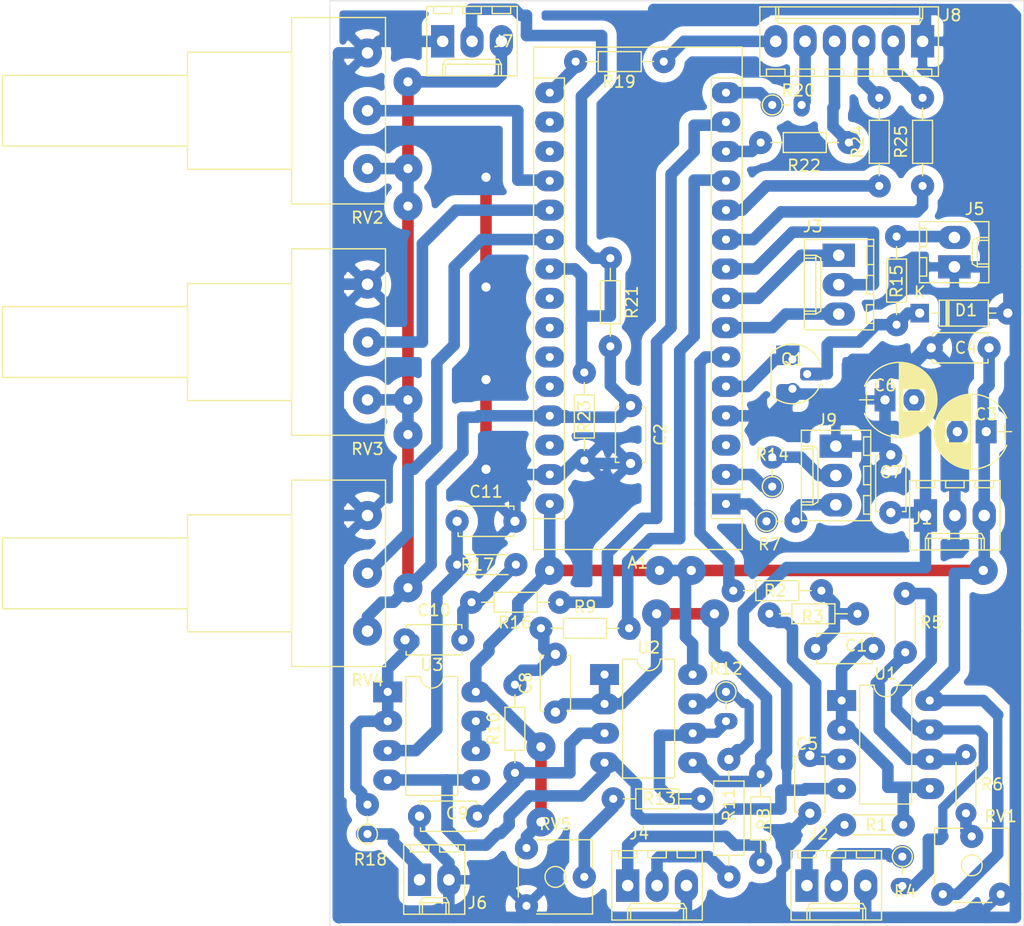
<source format=kicad_pcb>
(kicad_pcb (version 20171130) (host pcbnew "(5.1.6)-1")
  (layers (0 F.Cu signal) (31 B.Cu signal) (34 B.Paste user hide) (35 F.Paste user hide) (36 B.SilkS user hide) (37 F.SilkS user) (38 B.Mask user hide) (39 F.Mask user hide) (44 Edge.Cuts user))
  (net 0 "")
  (net 1 LED_4)
  (net 2 LED_3)
  (net 3 +12V)
  (net 4 LFO_PWM_2)
  (net 5 GND)
  (net 6 LED_2)
  (net 7 "Net-(A1-Pad28)")
  (net 8 LFO_PWM_1)
  (net 9 +5V)
  (net 10 LED_1)
  (net 11 "Net-(A1-Pad26)")
  (net 12 LED_0)
  (net 13 "Net-(A1-Pad25)")
  (net 14 ENCODER_SW)
  (net 15 "Net-(A1-Pad24)")
  (net 16 ENCODER_B)
  (net 17 "Net-(A1-Pad23)")
  (net 18 ENCODER_A)
  (net 19 AN_MODE)
  (net 20 LFO_PWM_0)
  (net 21 AN_RATE_2)
  (net 22 TRIGGER_IN)
  (net 23 AN_RATE_1)
  (net 24 AN_RATE_0)
  (net 25 "Net-(A1-Pad3)")
  (net 26 "Net-(A1-Pad18)")
  (net 27 "Net-(A1-Pad2)")
  (net 28 "Net-(A1-Pad17)")
  (net 29 "Net-(A1-Pad1)")
  (net 30 "Net-(C1-Pad1)")
  (net 31 "Net-(C1-Pad2)")
  (net 32 "Net-(C5-Pad1)")
  (net 33 -12V)
  (net 34 "Net-(C8-Pad1)")
  (net 35 "Net-(C8-Pad2)")
  (net 36 "Net-(C9-Pad1)")
  (net 37 "Net-(C10-Pad1)")
  (net 38 "Net-(C10-Pad2)")
  (net 39 "Net-(C11-Pad1)")
  (net 40 "Net-(D1-Pad1)")
  (net 41 "Net-(J2-Pad1)")
  (net 42 "Net-(J2-Pad2)")
  (net 43 "Net-(J4-Pad1)")
  (net 44 "Net-(J4-Pad2)")
  (net 45 "Net-(J5-Pad2)")
  (net 46 "Net-(J6-Pad1)")
  (net 47 "Net-(J8-Pad2)")
  (net 48 "Net-(J8-Pad3)")
  (net 49 "Net-(J8-Pad4)")
  (net 50 "Net-(J8-Pad5)")
  (net 51 "Net-(J8-Pad6)")
  (net 52 "Net-(R4-Pad2)")
  (net 53 "Net-(R5-Pad2)")
  (net 54 "Net-(R6-Pad1)")
  (net 55 "Net-(R11-Pad2)")
  (net 56 "Net-(R12-Pad2)")
  (net 57 "Net-(R13-Pad1)")
  (net 58 "Net-(U3-Pad6)")
  (net 59 "Net-(J9-Pad2)")
  (net 60 "Net-(J9-Pad3)")
  (module Resistors_ThroughHole:R_Axial_DIN0204_L3.6mm_D1.6mm_P2.54mm_Vertical (layer F.Cu) (at 88.25 92 90)
    (fp_text reference R14 (at 2.75 0 180) (layer F.SilkS))
    (fp_text value 1k)
    (pad 1 thru_hole circle (at 0 0 90) (size 2 2) (drill 0.7) (layers *.Cu *.Mask) (net 27 "Net-(A1-Pad2)"))
    (pad 2 thru_hole oval (at 2.54 0 90) (size 2 2) (drill 0.7) (layers *.Cu *.Mask) (net 59 "Net-(J9-Pad2)"))
  )
  (module Resistors_ThroughHole:R_Axial_DIN0204_L3.6mm_D1.6mm_P2.54mm_Vertical (layer F.Cu) (at 87.75 95)
    (fp_text reference R7 (at 0.25 2) (layer F.SilkS))
    (fp_text value 1k)
    (pad 1 thru_hole circle (at 0 0) (size 2 2) (drill 0.7) (layers *.Cu *.Mask) (net 29 "Net-(A1-Pad1)"))
    (pad 2 thru_hole oval (at 2.54 0) (size 2 2) (drill 0.7) (layers *.Cu *.Mask) (net 60 "Net-(J9-Pad3)"))
  )
  (module Connectors_Molex:Molex_KK-6410-03_03x2.54mm_Straight (layer F.Cu) (at 93.75 88.5 270)
    (fp_text reference J9 (at -2.25 0.75 180) (layer F.SilkS))
    (fp_text value AUX)
    (pad 1 thru_hole rect (at 0 0 270) (size 2 2.8) (drill 1) (layers *.Cu *.Mask) (net 5 GND))
    (pad 2 thru_hole oval (at 2.54 0 270) (size 2 2.8) (drill 1) (layers *.Cu *.Mask) (net 59 "Net-(J9-Pad2)"))
    (pad 3 thru_hole oval (at 5.08 0 270) (size 2 2.8) (drill 1) (layers *.Cu *.Mask) (net 60 "Net-(J9-Pad3)"))
  )
  (module Resistors_ThroughHole:R_Axial_DIN0204_L3.6mm_D1.6mm_P5.08mm_Horizontal (layer F.Cu) (at 105 120.25 90)
    (fp_text reference R6 (at 2.5 2.25 180) (layer F.SilkS))
    (fp_text value 100k)
    (pad 1 thru_hole circle (at 0 0 90) (size 1.8 1.8) (drill 0.7) (layers *.Cu *.Mask) (net 54 "Net-(R6-Pad1)"))
    (pad 2 thru_hole oval (at 5.08 0 90) (size 1.8 1.8) (drill 0.7) (layers *.Cu *.Mask) (net 53 "Net-(R5-Pad2)"))
  )
  (module Resistors_ThroughHole:R_Axial_DIN0204_L3.6mm_D1.6mm_P2.54mm_Vertical (layer F.Cu) (at 99.5 124 270)
    (fp_text reference R4 (at 3 -0.25 180) (layer F.SilkS))
    (fp_text value 100)
    (pad 1 thru_hole circle (at 0 0 270) (size 2 2) (drill 0.7) (layers *.Cu *.Mask) (net 42 "Net-(J2-Pad2)"))
    (pad 2 thru_hole oval (at 2.54 0 270) (size 1.4 2) (drill 0.7) (layers *.Cu *.Mask) (net 52 "Net-(R4-Pad2)"))
  )
  (module Resistors_ThroughHole:R_Axial_DIN0204_L3.6mm_D1.6mm_P2.54mm_Vertical (layer F.Cu) (at 53.25 122.04 90)
    (fp_text reference R18 (at -2.21 0.25 180) (layer F.SilkS))
    (fp_text value 100)
    (pad 1 thru_hole oval (at 0 0 90) (size 1.4 2) (drill 0.7) (layers *.Cu *.Mask) (net 46 "Net-(J6-Pad1)"))
    (pad 2 thru_hole oval (at 2.54 0 90) (size 2 2) (drill 0.7) (layers *.Cu *.Mask) (net 37 "Net-(C10-Pad1)"))
  )
  (module Resistors_ThroughHole:R_Axial_DIN0207_L6.3mm_D2.5mm_P10.16mm_Horizontal (layer F.Cu) (at 84.5 125.75 90)
    (fp_text reference R11 (at 6.25 0 90) (layer F.SilkS))
    (fp_text value 100)
    (pad 1 thru_hole circle (at 0 0 90) (size 2 2) (drill 0.8) (layers *.Cu *.Mask) (net 44 "Net-(J4-Pad2)"))
    (pad 2 thru_hole oval (at 10.16 0 90) (size 2 2) (drill 0.8) (layers *.Cu *.Mask) (net 55 "Net-(R11-Pad2)"))
  )
  (module Resistors_ThroughHole:R_Axial_DIN0204_L3.6mm_D1.6mm_P5.08mm_Horizontal (layer F.Cu) (at 94.5 121.25)
    (fp_text reference R1 (at 2.75 0) (layer F.SilkS))
    (fp_text value 100)
    (pad 1 thru_hole circle (at 0 0) (size 2 2) (drill 0.7) (layers *.Cu *.Mask) (net 41 "Net-(J2-Pad1)"))
    (pad 2 thru_hole oval (at 5.08 0) (size 2 2) (drill 0.7) (layers *.Cu *.Mask) (net 30 "Net-(C1-Pad1)"))
  )
  (module Resistors_ThroughHole:R_Axial_DIN0204_L3.6mm_D1.6mm_P5.08mm_Horizontal (layer F.Cu) (at 99.75 101.25 270)
    (fp_text reference R5 (at 2.5 -2.25 180) (layer F.SilkS))
    (fp_text value 100k)
    (pad 1 thru_hole circle (at 0 0 270) (size 2 2) (drill 0.7) (layers *.Cu *.Mask) (net 52 "Net-(R4-Pad2)"))
    (pad 2 thru_hole oval (at 5.08 0 270) (size 2 2) (drill 0.7) (layers *.Cu *.Mask) (net 53 "Net-(R5-Pad2)"))
  )
  (module Resistors_ThroughHole:R_Axial_DIN0204_L3.6mm_D1.6mm_P2.54mm_Vertical (layer F.Cu) (at 84.25 109.75 270)
    (fp_text reference R12 (at -2 0 180) (layer F.SilkS))
    (fp_text value 100k)
    (pad 1 thru_hole circle (at 0 0 270) (size 2 2) (drill 0.7) (layers *.Cu *.Mask) (net 55 "Net-(R11-Pad2)"))
    (pad 2 thru_hole oval (at 2.54 0 270) (size 1.4 2) (drill 0.7) (layers *.Cu *.Mask) (net 56 "Net-(R12-Pad2)"))
  )
  (module Resistors_ThroughHole:R_Axial_DIN0204_L3.6mm_D1.6mm_P5.08mm_Horizontal (layer F.Cu) (at 61 98.75)
    (fp_text reference R17 (at 1.75 0) (layer F.SilkS))
    (fp_text value 15k)
    (pad 1 thru_hole circle (at 0 0) (size 2 2) (drill 0.7) (layers *.Cu *.Mask) (net 39 "Net-(C11-Pad1)"))
    (pad 2 thru_hole oval (at 5.08 0) (size 2 2) (drill 0.7) (layers *.Cu *.Mask) (net 38 "Net-(C10-Pad2)"))
  )
  (module Resistors_ThroughHole:R_Axial_DIN0204_L3.6mm_D1.6mm_P2.54mm_Vertical (layer F.Cu) (at 88.25 59)
    (fp_text reference R20 (at 2.25 -1.25) (layer F.SilkS))
    (fp_text value 680)
    (pad 1 thru_hole circle (at 0 0) (size 2 2) (drill 0.7) (layers *.Cu *.Mask) (net 2 LED_3))
    (pad 2 thru_hole oval (at 2.54 0) (size 1.4 2) (drill 0.7) (layers *.Cu *.Mask) (net 50 "Net-(J8-Pad5)"))
  )
  (module Package_DIP:DIP-8_W7.62mm_LongPads (layer F.Cu) (at 55 109.75)
    (fp_text reference U3 (at 3.81 -2.33) (layer F.SilkS))
    (fp_text value TL072)
    (pad 8 thru_hole oval (at 7.62 0) (size 2.5 1.8) (drill 0.7) (layers *.Cu *.Mask) (net 3 +12V))
    (pad 4 thru_hole oval (at 0 7.62) (size 2.5 1.8) (drill 0.7) (layers *.Cu *.Mask) (net 33 -12V))
    (pad 7 thru_hole oval (at 7.62 2.54) (size 2.5 1.8) (drill 0.7) (layers *.Cu *.Mask) (net 58 "Net-(U3-Pad6)"))
    (pad 3 thru_hole oval (at 0 5.08) (size 2.5 1.8) (drill 0.7) (layers *.Cu *.Mask) (net 39 "Net-(C11-Pad1)"))
    (pad 6 thru_hole oval (at 7.62 5.08) (size 2.5 1.8) (drill 0.7) (layers *.Cu *.Mask) (net 58 "Net-(U3-Pad6)"))
    (pad 2 thru_hole oval (at 0 2.54) (size 2.5 1.8) (drill 0.7) (layers *.Cu *.Mask) (net 37 "Net-(C10-Pad1)"))
    (pad 5 thru_hole oval (at 7.62 7.62) (size 2.5 1.8) (drill 0.7) (layers *.Cu *.Mask) (net 33 -12V))
    (pad 1 thru_hole rect (at 0 0) (size 2.5 1.8) (drill 0.7) (layers *.Cu *.Mask) (net 37 "Net-(C10-Pad1)"))
  )
  (module Package_DIP:DIP-8_W7.62mm_LongPads (layer F.Cu) (at 73.75 108.25)
    (fp_text reference U2 (at 3.81 -2.33) (layer F.SilkS))
    (fp_text value TL072)
    (pad 8 thru_hole oval (at 7.62 0) (size 2.5 1.8) (drill 0.7) (layers *.Cu *.Mask) (net 3 +12V))
    (pad 4 thru_hole oval (at 0 7.62) (size 2.5 1.8) (drill 0.7) (layers *.Cu *.Mask) (net 33 -12V))
    (pad 7 thru_hole oval (at 7.62 2.54) (size 2.5 1.8) (drill 0.7) (layers *.Cu *.Mask) (net 55 "Net-(R11-Pad2)"))
    (pad 3 thru_hole oval (at 0 5.08) (size 2.5 1.8) (drill 0.7) (layers *.Cu *.Mask) (net 36 "Net-(C9-Pad1)"))
    (pad 6 thru_hole oval (at 7.62 5.08) (size 2.5 1.8) (drill 0.7) (layers *.Cu *.Mask) (net 56 "Net-(R12-Pad2)"))
    (pad 2 thru_hole oval (at 0 2.54) (size 2.5 1.8) (drill 0.7) (layers *.Cu *.Mask) (net 34 "Net-(C8-Pad1)"))
    (pad 5 thru_hole oval (at 7.62 7.62) (size 2.5 1.8) (drill 0.7) (layers *.Cu *.Mask) (net 34 "Net-(C8-Pad1)"))
    (pad 1 thru_hole rect (at 0 0) (size 2.5 1.8) (drill 0.7) (layers *.Cu *.Mask) (net 34 "Net-(C8-Pad1)"))
  )
  (module Package_DIP:DIP-8_W7.62mm_LongPads (layer F.Cu) (at 94.25 110.5)
    (fp_text reference U1 (at 3.81 -2.33) (layer F.SilkS))
    (fp_text value TL072)
    (pad 8 thru_hole oval (at 7.62 0) (size 2.5 1.8) (drill 0.7) (layers *.Cu *.Mask) (net 3 +12V))
    (pad 4 thru_hole oval (at 0 7.62) (size 2.5 1.8) (drill 0.7) (layers *.Cu *.Mask) (net 33 -12V))
    (pad 7 thru_hole oval (at 7.62 2.54) (size 2.5 1.8) (drill 0.7) (layers *.Cu *.Mask) (net 52 "Net-(R4-Pad2)"))
    (pad 3 thru_hole oval (at 0 5.08) (size 2.5 1.8) (drill 0.7) (layers *.Cu *.Mask) (net 32 "Net-(C5-Pad1)"))
    (pad 6 thru_hole oval (at 7.62 5.08) (size 2.5 1.8) (drill 0.7) (layers *.Cu *.Mask) (net 53 "Net-(R5-Pad2)"))
    (pad 2 thru_hole oval (at 0 2.54) (size 2.5 1.8) (drill 0.7) (layers *.Cu *.Mask) (net 30 "Net-(C1-Pad1)"))
    (pad 5 thru_hole oval (at 7.62 7.62) (size 2.5 1.8) (drill 0.7) (layers *.Cu *.Mask) (net 30 "Net-(C1-Pad1)"))
    (pad 1 thru_hole rect (at 0 0) (size 2.5 1.8) (drill 0.7) (layers *.Cu *.Mask) (net 30 "Net-(C1-Pad1)"))
  )
  (module Potentiometers:Potentiometer_Trimmer_ACP_CA6v_Horizontal (layer F.Cu) (at 67 128.25)
    (fp_text reference RV5 (at 2.5 -7.06) (layer F.SilkS))
    (fp_text value 10k)
    (pad 3 thru_hole circle (at 0 -5) (size 2 2) (drill 0.7) (layers *.Cu *.Mask) (net 3 +12V))
    (pad 2 thru_hole circle (at 5 -2.5) (size 2 2) (drill 0.7) (layers *.Cu *.Mask) (net 57 "Net-(R13-Pad1)"))
    (pad 1 thru_hole circle (at 0 0) (size 2 2) (drill 0.7) (layers *.Cu *.Mask) (net 5 GND))
  )
  (module Potentiometers:Potentiometer_Piher_PC-16_Single_Vertical (layer F.Cu) (at 53.25 94.5 180)
    (fp_text reference RV4 (at 0 -14.25) (layer F.SilkS))
    (fp_text value "10K B")
    (pad 3 thru_hole circle (at 0 -10 180) (size 2.5 2.5) (drill 1) (layers *.Cu *.Mask) (net 9 +5V))
    (pad 2 thru_hole circle (at 0 -5 180) (size 2.5 2.5) (drill 1) (layers *.Cu *.Mask) (net 21 AN_RATE_2))
    (pad 1 thru_hole circle (at 0 0 180) (size 2.5 2.5) (drill 1) (layers *.Cu *.Mask) (net 5 GND))
  )
  (module Potentiometers:Potentiometer_Piher_PC-16_Single_Vertical (layer F.Cu) (at 53.25 74.5 180)
    (fp_text reference RV3 (at 0 -14.25) (layer F.SilkS))
    (fp_text value "10K B")
    (pad 3 thru_hole circle (at 0 -10 180) (size 2.5 2.5) (drill 1) (layers *.Cu *.Mask) (net 9 +5V))
    (pad 2 thru_hole circle (at 0 -5 180) (size 2.5 2.5) (drill 1) (layers *.Cu *.Mask) (net 23 AN_RATE_1))
    (pad 1 thru_hole circle (at 0 0 180) (size 2.5 2.5) (drill 1) (layers *.Cu *.Mask) (net 5 GND))
  )
  (module Potentiometers:Potentiometer_Piher_PC-16_Single_Vertical (layer F.Cu) (at 53.25 54.5 180)
    (fp_text reference RV2 (at 0 -14.25) (layer F.SilkS))
    (fp_text value "10K B")
    (pad 3 thru_hole circle (at 0 -10 180) (size 2.5 2.5) (drill 1) (layers *.Cu *.Mask) (net 9 +5V))
    (pad 2 thru_hole circle (at 0 -5 180) (size 2.5 2.5) (drill 1) (layers *.Cu *.Mask) (net 24 AN_RATE_0))
    (pad 1 thru_hole circle (at 0 0 180) (size 2.5 2.5) (drill 1) (layers *.Cu *.Mask) (net 5 GND))
  )
  (module Potentiometers:Potentiometer_Trimmer_ACP_CA6v_Horizontal (layer F.Cu) (at 108 127.25 90)
    (fp_text reference RV1 (at 6.75 0 180) (layer F.SilkS))
    (fp_text value 10k)
    (pad 3 thru_hole circle (at 0 -5 90) (size 2 2) (drill 0.7) (layers *.Cu *.Mask) (net 3 +12V))
    (pad 2 thru_hole circle (at 5 -2.5 90) (size 2 2) (drill 0.7) (layers *.Cu *.Mask) (net 54 "Net-(R6-Pad1)"))
    (pad 1 thru_hole circle (at 0 0 90) (size 2 2) (drill 0.7) (layers *.Cu *.Mask) (net 5 GND))
  )
  (module Resistors_ThroughHole:R_Axial_DIN0204_L3.6mm_D1.6mm_P7.62mm_Horizontal (layer F.Cu) (at 101.25 66 90)
    (fp_text reference R25 (at 3.81 -1.86 90) (layer F.SilkS))
    (fp_text value 680)
    (pad 1 thru_hole circle (at 0 0 90) (size 2 2) (drill 0.7) (layers *.Cu *.Mask) (net 12 LED_0))
    (pad 2 thru_hole oval (at 7.62 0 90) (size 2 2) (drill 0.7) (layers *.Cu *.Mask) (net 47 "Net-(J8-Pad2)"))
  )
  (module Resistors_ThroughHole:R_Axial_DIN0204_L3.6mm_D1.6mm_P7.62mm_Horizontal (layer F.Cu) (at 97.5 66 90)
    (fp_text reference R24 (at 3.81 -1.86 90) (layer F.SilkS))
    (fp_text value 680)
    (pad 1 thru_hole circle (at 0 0 90) (size 2 2) (drill 0.7) (layers *.Cu *.Mask) (net 10 LED_1))
    (pad 2 thru_hole oval (at 7.62 0 90) (size 2 2) (drill 0.7) (layers *.Cu *.Mask) (net 48 "Net-(J8-Pad3)"))
  )
  (module Resistors_ThroughHole:R_Axial_DIN0204_L3.6mm_D1.6mm_P7.62mm_Horizontal (layer F.Cu) (at 72 89.75 90)
    (fp_text reference R23 (at 3.81 0 90) (layer F.SilkS))
    (fp_text value 100k)
    (pad 1 thru_hole circle (at 0 0 90) (size 2 2) (drill 0.7) (layers *.Cu *.Mask) (net 5 GND))
    (pad 2 thru_hole oval (at 7.62 0 90) (size 2 2) (drill 0.7) (layers *.Cu *.Mask) (net 19 AN_MODE))
  )
  (module Resistors_ThroughHole:R_Axial_DIN0204_L3.6mm_D1.6mm_P7.62mm_Horizontal (layer F.Cu) (at 87.25 62.25)
    (fp_text reference R22 (at 3.75 2) (layer F.SilkS))
    (fp_text value 680)
    (pad 1 thru_hole circle (at 0 0) (size 2 2) (drill 0.7) (layers *.Cu *.Mask) (net 6 LED_2))
    (pad 2 thru_hole oval (at 7.62 0) (size 2 2) (drill 0.7) (layers *.Cu *.Mask) (net 49 "Net-(J8-Pad4)"))
  )
  (module Resistors_ThroughHole:R_Axial_DIN0204_L3.6mm_D1.6mm_P7.62mm_Horizontal (layer F.Cu) (at 74.25 72.25 270)
    (fp_text reference R21 (at 3.81 -1.86 90) (layer F.SilkS))
    (fp_text value 100k)
    (pad 1 thru_hole circle (at 0 0 270) (size 2 2) (drill 0.7) (layers *.Cu *.Mask) (net 19 AN_MODE))
    (pad 2 thru_hole oval (at 7.62 0 270) (size 2 2) (drill 0.7) (layers *.Cu *.Mask) (net 9 +5V))
  )
  (module Resistors_ThroughHole:R_Axial_DIN0204_L3.6mm_D1.6mm_P7.62mm_Horizontal (layer F.Cu) (at 71.25 55.25)
    (fp_text reference R19 (at 3.75 1.75) (layer F.SilkS))
    (fp_text value 680)
    (pad 1 thru_hole circle (at 0 0) (size 2 2) (drill 0.7) (layers *.Cu *.Mask) (net 1 LED_4))
    (pad 2 thru_hole oval (at 7.62 0) (size 2 2) (drill 0.7) (layers *.Cu *.Mask) (net 51 "Net-(J8-Pad6)"))
  )
  (module Resistors_ThroughHole:R_Axial_DIN0204_L3.6mm_D1.6mm_P7.62mm_Horizontal (layer F.Cu) (at 62.25 102)
    (fp_text reference R16 (at 3.75 1.75) (layer F.SilkS))
    (fp_text value 8.2k)
    (pad 1 thru_hole circle (at 0 0) (size 2 2) (drill 0.7) (layers *.Cu *.Mask) (net 38 "Net-(C10-Pad2)"))
    (pad 2 thru_hole oval (at 7.62 0) (size 2 2) (drill 0.7) (layers *.Cu *.Mask) (net 4 LFO_PWM_2))
  )
  (module Resistors_ThroughHole:R_Axial_DIN0204_L3.6mm_D1.6mm_P7.62mm_Horizontal (layer F.Cu) (at 99 78 90)
    (fp_text reference R15 (at 3.75 0 90) (layer F.SilkS))
    (fp_text value 100k)
    (pad 1 thru_hole circle (at 0 0 90) (size 2 2) (drill 0.7) (layers *.Cu *.Mask) (net 40 "Net-(D1-Pad1)"))
    (pad 2 thru_hole oval (at 7.62 0 90) (size 2 2) (drill 0.7) (layers *.Cu *.Mask) (net 45 "Net-(J5-Pad2)"))
  )
  (module Resistors_ThroughHole:R_Axial_DIN0204_L3.6mm_D1.6mm_P7.62mm_Horizontal (layer F.Cu) (at 74.5 119)
    (fp_text reference R13 (at 4 0) (layer F.SilkS))
    (fp_text value 100k)
    (pad 1 thru_hole circle (at 0 0) (size 2 2) (drill 0.7) (layers *.Cu *.Mask) (net 57 "Net-(R13-Pad1)"))
    (pad 2 thru_hole oval (at 7.62 0) (size 2 2) (drill 0.7) (layers *.Cu *.Mask) (net 56 "Net-(R12-Pad2)"))
  )
  (module Resistors_ThroughHole:R_Axial_DIN0204_L3.6mm_D1.6mm_P7.62mm_Horizontal (layer F.Cu) (at 66 116.75 90)
    (fp_text reference R10 (at 3.81 -1.86 90) (layer F.SilkS))
    (fp_text value 15k)
    (pad 1 thru_hole circle (at 0 0 90) (size 2 2) (drill 0.7) (layers *.Cu *.Mask) (net 36 "Net-(C9-Pad1)"))
    (pad 2 thru_hole oval (at 7.62 0 90) (size 2 2) (drill 0.7) (layers *.Cu *.Mask) (net 35 "Net-(C8-Pad2)"))
  )
  (module Resistors_ThroughHole:R_Axial_DIN0204_L3.6mm_D1.6mm_P7.62mm_Horizontal (layer F.Cu) (at 68.25 104.25)
    (fp_text reference R9 (at 3.81 -1.86) (layer F.SilkS))
    (fp_text value 8.2k)
    (pad 1 thru_hole circle (at 0 0) (size 2 2) (drill 0.7) (layers *.Cu *.Mask) (net 35 "Net-(C8-Pad2)"))
    (pad 2 thru_hole oval (at 7.62 0) (size 2 2) (drill 0.7) (layers *.Cu *.Mask) (net 8 LFO_PWM_1))
  )
  (module Resistors_ThroughHole:R_Axial_DIN0204_L3.6mm_D1.6mm_P7.62mm_Horizontal (layer F.Cu) (at 87.25 124.5 90)
    (fp_text reference R8 (at 3.75 0.25 90) (layer F.SilkS))
    (fp_text value 100)
    (pad 1 thru_hole circle (at 0 0 90) (size 2 2) (drill 0.7) (layers *.Cu *.Mask) (net 43 "Net-(J4-Pad1)"))
    (pad 2 thru_hole oval (at 7.62 0 90) (size 2 2) (drill 0.7) (layers *.Cu *.Mask) (net 34 "Net-(C8-Pad1)"))
  )
  (module Resistors_ThroughHole:R_Axial_DIN0204_L3.6mm_D1.6mm_P7.62mm_Horizontal (layer F.Cu) (at 88 103)
    (fp_text reference R3 (at 3.75 0.25) (layer F.SilkS))
    (fp_text value 15k)
    (pad 1 thru_hole circle (at 0 0) (size 2 2) (drill 0.7) (layers *.Cu *.Mask) (net 32 "Net-(C5-Pad1)"))
    (pad 2 thru_hole oval (at 7.62 0) (size 2 2) (drill 0.7) (layers *.Cu *.Mask) (net 31 "Net-(C1-Pad2)"))
  )
  (module Resistors_ThroughHole:R_Axial_DIN0204_L3.6mm_D1.6mm_P7.62mm_Horizontal (layer F.Cu) (at 92.5 101 180)
    (fp_text reference R2 (at 4 0) (layer F.SilkS))
    (fp_text value 8.2k)
    (pad 1 thru_hole circle (at 0 0 180) (size 2 2) (drill 0.7) (layers *.Cu *.Mask) (net 31 "Net-(C1-Pad2)"))
    (pad 2 thru_hole oval (at 7.62 0 180) (size 2 2) (drill 0.7) (layers *.Cu *.Mask) (net 20 LFO_PWM_0))
  )
  (module Package_TO_SOT_THT:TO-92_HandSolder (layer F.Cu) (at 90 81 270)
    (fp_text reference Q1 (at 0 0 180) (layer F.SilkS))
    (fp_text value BC547)
    (pad 1 thru_hole rect (at 0 0 270) (size 1.6 2) (drill 0.7 (offset -0.4 0.4)) (layers *.Cu *.Mask) (net 22 TRIGGER_IN))
    (pad 3 thru_hole roundrect (at 2.54 0 270) (size 1.6 2) (drill 0.7 (offset 0.4 0.4)) (layers *.Cu *.Mask) (net 5 GND))
    (pad 2 thru_hole roundrect (at 1.27 -1.27 270) (size 1.1 2) (drill 0.7 (offset 0 -0.4)) (layers *.Cu *.Mask) (net 40 "Net-(D1-Pad1)"))
  )
  (module Connectors_Molex:Molex_KK-6410-06_06x2.54mm_Straight (layer F.Cu) (at 101.25 53.5 180)
    (fp_text reference J8 (at -2.5 2.25) (layer F.SilkS))
    (fp_text value LEDS)
    (pad 1 thru_hole rect (at 0 0 180) (size 2 2.8) (drill 1) (layers *.Cu *.Mask) (net 5 GND))
    (pad 2 thru_hole oval (at 2.54 0 180) (size 2 2.8) (drill 1) (layers *.Cu *.Mask) (net 47 "Net-(J8-Pad2)"))
    (pad 3 thru_hole oval (at 5.08 0 180) (size 2 2.8) (drill 1) (layers *.Cu *.Mask) (net 48 "Net-(J8-Pad3)"))
    (pad 4 thru_hole oval (at 7.62 0 180) (size 2 2.8) (drill 1) (layers *.Cu *.Mask) (net 49 "Net-(J8-Pad4)"))
    (pad 5 thru_hole oval (at 10.16 0 180) (size 2 2.8) (drill 1) (layers *.Cu *.Mask) (net 50 "Net-(J8-Pad5)"))
    (pad 6 thru_hole oval (at 12.7 0 180) (size 2 2.8) (drill 1) (layers *.Cu *.Mask) (net 51 "Net-(J8-Pad6)"))
  )
  (module Connectors_Molex:Molex_KK-6410-03_03x2.54mm_Straight (layer F.Cu) (at 59.75 53.5)
    (fp_text reference J7 (at 5.25 0) (layer F.SilkS))
    (fp_text value MODE_SWITCH)
    (pad 1 thru_hole rect (at 0 0) (size 2 2.8) (drill 1) (layers *.Cu *.Mask) (net 5 GND))
    (pad 2 thru_hole oval (at 2.54 0) (size 2 2.8) (drill 1) (layers *.Cu *.Mask) (net 19 AN_MODE))
    (pad 3 thru_hole oval (at 5.08 0) (size 2 2.8) (drill 1) (layers *.Cu *.Mask) (net 9 +5V))
  )
  (module Connectors_Molex:Molex_KK-6410-02_02x2.54mm_Straight (layer F.Cu) (at 57.75 126)
    (fp_text reference J6 (at 5 2) (layer F.SilkS))
    (fp_text value LFO_2_OUT)
    (pad 1 thru_hole rect (at 0 0) (size 2 2.8) (drill 1) (layers *.Cu *.Mask) (net 46 "Net-(J6-Pad1)"))
    (pad 2 thru_hole oval (at 2.54 0) (size 2 2.8) (drill 1) (layers *.Cu *.Mask) (net 5 GND))
  )
  (module Connectors_Molex:Molex_KK-6410-02_02x2.54mm_Straight (layer F.Cu) (at 104 73 90)
    (fp_text reference J5 (at 5 1.75 180) (layer F.SilkS))
    (fp_text value TRIGGER_IN)
    (pad 1 thru_hole rect (at 0 0 90) (size 2 2.8) (drill 1) (layers *.Cu *.Mask) (net 5 GND))
    (pad 2 thru_hole oval (at 2.54 0 90) (size 2 2.8) (drill 1) (layers *.Cu *.Mask) (net 45 "Net-(J5-Pad2)"))
  )
  (module Connectors_Molex:Molex_KK-6410-03_03x2.54mm_Straight (layer F.Cu) (at 75.75 126.5)
    (fp_text reference J4 (at 1 -4.5) (layer F.SilkS))
    (fp_text value LFO_1_OUT)
    (pad 1 thru_hole rect (at 0 0) (size 2 2.8) (drill 1) (layers *.Cu *.Mask) (net 43 "Net-(J4-Pad1)"))
    (pad 2 thru_hole oval (at 2.54 0) (size 2 2.8) (drill 1) (layers *.Cu *.Mask) (net 44 "Net-(J4-Pad2)"))
    (pad 3 thru_hole oval (at 5.08 0) (size 2 2.8) (drill 1) (layers *.Cu *.Mask) (net 5 GND))
  )
  (module Connectors_Molex:Molex_KK-6410-03_03x2.54mm_Straight (layer F.Cu) (at 94 72 270)
    (fp_text reference J3 (at -2.5 2.25 180) (layer F.SilkS))
    (fp_text value ENCODER)
    (pad 1 thru_hole rect (at 0 0 270) (size 2 2.8) (drill 1) (layers *.Cu *.Mask) (net 16 ENCODER_B))
    (pad 2 thru_hole oval (at 2.54 0 270) (size 2 2.8) (drill 1) (layers *.Cu *.Mask) (net 14 ENCODER_SW))
    (pad 3 thru_hole oval (at 5.08 0 270) (size 2 2.8) (drill 1) (layers *.Cu *.Mask) (net 18 ENCODER_A))
  )
  (module Connectors_Molex:Molex_KK-6410-03_03x2.54mm_Straight (layer F.Cu) (at 91.25 126.5)
    (fp_text reference J2 (at 1 -4.5) (layer F.SilkS))
    (fp_text value LFO_0_OUT)
    (pad 1 thru_hole rect (at 0 0) (size 2 2.8) (drill 1) (layers *.Cu *.Mask) (net 41 "Net-(J2-Pad1)"))
    (pad 2 thru_hole oval (at 2.54 0) (size 2 2.8) (drill 1) (layers *.Cu *.Mask) (net 42 "Net-(J2-Pad2)"))
    (pad 3 thru_hole oval (at 5.08 0) (size 2 2.8) (drill 1) (layers *.Cu *.Mask) (net 5 GND))
  )
  (module Connectors_Molex:Molex_KK-6410-03_03x2.54mm_Straight (layer F.Cu) (at 101.5 94.5)
    (fp_text reference J1 (at -0.25 0.25) (layer F.SilkS))
    (fp_text value POWER)
    (pad 1 thru_hole rect (at 0 0) (size 2 2.8) (drill 1) (layers *.Cu *.Mask) (net 33 -12V))
    (pad 2 thru_hole oval (at 2.54 0) (size 2 2.8) (drill 1) (layers *.Cu *.Mask) (net 5 GND))
    (pad 3 thru_hole oval (at 5.08 0) (size 2 2.8) (drill 1) (layers *.Cu *.Mask) (net 3 +12V))
  )
  (module Diode_THT:D_DO-35_SOD27_P7.62mm_Horizontal (layer F.Cu) (at 101 77)
    (fp_text reference D1 (at 4 -0.25) (layer F.SilkS))
    (fp_text value 1N4148)
    (fp_text user K (at 0 -1.8) (layer F.SilkS))
    (pad 2 thru_hole oval (at 7.62 0) (size 2 2) (drill 0.8) (layers *.Cu *.Mask) (net 5 GND))
    (pad 1 thru_hole rect (at 0 0) (size 1.6 1.6) (drill 0.8) (layers *.Cu *.Mask) (net 40 "Net-(D1-Pad1)"))
  )
  (module Capacitors_ThroughHole:C_Disc_D4.7mm_W2.5mm_P5.00mm (layer F.Cu) (at 61 95)
    (fp_text reference C11 (at 2.5 -2.56) (layer F.SilkS))
    (fp_text value 22nF)
    (pad 1 thru_hole circle (at 0 0) (size 2 2) (drill 0.8) (layers *.Cu *.Mask) (net 39 "Net-(C11-Pad1)"))
    (pad 2 thru_hole circle (at 5 0) (size 2 2) (drill 0.8) (layers *.Cu *.Mask) (net 5 GND))
  )
  (module Capacitors_ThroughHole:C_Disc_D4.7mm_W2.5mm_P5.00mm (layer F.Cu) (at 56.5 105.25)
    (fp_text reference C10 (at 2.5 -2.56) (layer F.SilkS))
    (fp_text value 22nF)
    (pad 1 thru_hole circle (at 0 0) (size 2 2) (drill 0.8) (layers *.Cu *.Mask) (net 37 "Net-(C10-Pad1)"))
    (pad 2 thru_hole circle (at 5 0) (size 2 2) (drill 0.8) (layers *.Cu *.Mask) (net 38 "Net-(C10-Pad2)"))
  )
  (module Capacitors_ThroughHole:C_Disc_D4.7mm_W2.5mm_P5.00mm (layer F.Cu) (at 62.75 120.5 180)
    (fp_text reference C9 (at 1.75 0.25) (layer F.SilkS))
    (fp_text value 10nF)
    (pad 1 thru_hole circle (at 0 0 180) (size 2 2) (drill 0.8) (layers *.Cu *.Mask) (net 36 "Net-(C9-Pad1)"))
    (pad 2 thru_hole circle (at 5 0 180) (size 2 2) (drill 0.8) (layers *.Cu *.Mask) (net 5 GND))
  )
  (module Capacitors_ThroughHole:C_Disc_D4.7mm_W2.5mm_P5.00mm (layer F.Cu) (at 69.5 111.5 90)
    (fp_text reference C8 (at 2.5 -2.56 90) (layer F.SilkS))
    (fp_text value 22nF)
    (pad 1 thru_hole circle (at 0 0 90) (size 2 2) (drill 0.8) (layers *.Cu *.Mask) (net 34 "Net-(C8-Pad1)"))
    (pad 2 thru_hole circle (at 5 0 90) (size 2 2) (drill 0.8) (layers *.Cu *.Mask) (net 35 "Net-(C8-Pad2)"))
  )
  (module Capacitors_ThroughHole:C_Disc_D4.7mm_W2.5mm_P5.00mm (layer F.Cu) (at 98.5 89.25 270)
    (fp_text reference C7 (at 1.5 0 180) (layer F.SilkS))
    (fp_text value 100nF)
    (pad 1 thru_hole circle (at 0 0 270) (size 2 2) (drill 0.8) (layers *.Cu *.Mask) (net 5 GND))
    (pad 2 thru_hole circle (at 5 0 270) (size 2 2) (drill 0.8) (layers *.Cu *.Mask) (net 33 -12V))
  )
  (module Capacitors_ThroughHole:CP_Radial_D6.3mm_P2.50mm (layer F.Cu) (at 98 84.5)
    (fp_text reference C6 (at 0 -1.25) (layer F.SilkS))
    (fp_text value 100uFx25V)
    (pad 1 thru_hole rect (at 0 0) (size 1.8 2) (drill 0.8) (layers *.Cu *.Mask) (net 5 GND))
    (pad 2 thru_hole oval (at 2.5 0) (size 1.8 2) (drill 0.8) (layers *.Cu *.Mask) (net 33 -12V))
  )
  (module Capacitors_ThroughHole:C_Disc_D4.7mm_W2.5mm_P5.00mm (layer F.Cu) (at 91.5 115.25 270)
    (fp_text reference C5 (at -1 0.25 180) (layer F.SilkS))
    (fp_text value 10nF)
    (pad 1 thru_hole circle (at 0 0 270) (size 2 2) (drill 0.8) (layers *.Cu *.Mask) (net 32 "Net-(C5-Pad1)"))
    (pad 2 thru_hole circle (at 5 0 270) (size 2 2) (drill 0.8) (layers *.Cu *.Mask) (net 5 GND))
  )
  (module Capacitors_ThroughHole:C_Disc_D4.7mm_W2.5mm_P5.00mm (layer F.Cu) (at 107 80 180)
    (fp_text reference C4 (at 2 0) (layer F.SilkS))
    (fp_text value 100nF)
    (pad 1 thru_hole circle (at 0 0 180) (size 2 2) (drill 0.8) (layers *.Cu *.Mask) (net 3 +12V))
    (pad 2 thru_hole circle (at 5 0 180) (size 2 2) (drill 0.8) (layers *.Cu *.Mask) (net 5 GND))
  )
  (module Capacitors_ThroughHole:CP_Radial_D6.3mm_P2.50mm (layer F.Cu) (at 106.75 87.25 180)
    (fp_text reference C3 (at 0 1.5) (layer F.SilkS))
    (fp_text value 100uFx25V)
    (pad 1 thru_hole rect (at 0 0 180) (size 1.8 2) (drill 0.8) (layers *.Cu *.Mask) (net 3 +12V))
    (pad 2 thru_hole oval (at 2.5 0 180) (size 1.8 2) (drill 0.8) (layers *.Cu *.Mask) (net 5 GND))
  )
  (module Capacitors_ThroughHole:C_Disc_D4.7mm_W2.5mm_P5.00mm (layer F.Cu) (at 76 85 270)
    (fp_text reference C2 (at 2.5 -2.56 90) (layer F.SilkS))
    (fp_text value 100nF)
    (pad 1 thru_hole circle (at 0 0 270) (size 2 2) (drill 0.8) (layers *.Cu *.Mask) (net 9 +5V))
    (pad 2 thru_hole circle (at 5 0 270) (size 2 2) (drill 0.8) (layers *.Cu *.Mask) (net 5 GND))
  )
  (module Capacitors_ThroughHole:C_Disc_D4.7mm_W2.5mm_P5.00mm (layer F.Cu) (at 97 106 180)
    (fp_text reference C1 (at 1.5 0.25) (layer F.SilkS))
    (fp_text value 22nF)
    (pad 1 thru_hole circle (at 0 0 180) (size 2 2) (drill 0.8) (layers *.Cu *.Mask) (net 30 "Net-(C1-Pad1)"))
    (pad 2 thru_hole circle (at 5 0 180) (size 2 2) (drill 0.8) (layers *.Cu *.Mask) (net 31 "Net-(C1-Pad2)"))
  )
  (module Module:Arduino_Nano (layer F.Cu) (at 84.25 93.5 180)
    (fp_text reference A1 (at 7.62 -5.08) (layer F.SilkS))
    (fp_text value Arduino_Nano_v3.x)
    (pad 16 thru_hole oval (at 15.24 35.56 180) (size 2.5 1.8) (drill 0.7) (layers *.Cu *.Mask) (net 1 LED_4))
    (pad 15 thru_hole oval (at 0 35.56 180) (size 2.5 1.8) (drill 0.7) (layers *.Cu *.Mask) (net 2 LED_3))
    (pad 30 thru_hole oval (at 15.24 0 180) (size 2.5 1.8) (drill 0.7) (layers *.Cu *.Mask) (net 3 +12V))
    (pad 14 thru_hole oval (at 0 33.02 180) (size 2.5 1.8) (drill 0.7) (layers *.Cu *.Mask) (net 4 LFO_PWM_2))
    (pad 29 thru_hole oval (at 15.24 2.54 180) (size 2.5 1.8) (drill 0.7) (layers *.Cu *.Mask) (net 5 GND))
    (pad 13 thru_hole oval (at 0 30.48 180) (size 2.5 1.8) (drill 0.7) (layers *.Cu *.Mask) (net 6 LED_2))
    (pad 28 thru_hole oval (at 15.24 5.08 180) (size 2.5 1.8) (drill 0.7) (layers *.Cu *.Mask) (net 7 "Net-(A1-Pad28)"))
    (pad 12 thru_hole oval (at 0 27.94 180) (size 2.5 1.8) (drill 0.7) (layers *.Cu *.Mask) (net 8 LFO_PWM_1))
    (pad 27 thru_hole oval (at 15.24 7.62 180) (size 2.5 1.8) (drill 0.7) (layers *.Cu *.Mask) (net 9 +5V))
    (pad 11 thru_hole oval (at 0 25.4 180) (size 2.5 1.8) (drill 0.7) (layers *.Cu *.Mask) (net 10 LED_1))
    (pad 26 thru_hole oval (at 15.24 10.16 180) (size 2.5 1.8) (drill 0.7) (layers *.Cu *.Mask) (net 11 "Net-(A1-Pad26)"))
    (pad 10 thru_hole oval (at 0 22.86 180) (size 2.5 1.8) (drill 0.7) (layers *.Cu *.Mask) (net 12 LED_0))
    (pad 25 thru_hole oval (at 15.24 12.7 180) (size 2.5 1.8) (drill 0.7) (layers *.Cu *.Mask) (net 13 "Net-(A1-Pad25)"))
    (pad 9 thru_hole oval (at 0 20.32 180) (size 2.5 1.8) (drill 0.7) (layers *.Cu *.Mask) (net 14 ENCODER_SW))
    (pad 24 thru_hole oval (at 15.24 15.24 180) (size 2.5 1.8) (drill 0.7) (layers *.Cu *.Mask) (net 15 "Net-(A1-Pad24)"))
    (pad 8 thru_hole oval (at 0 17.78 180) (size 2.5 1.8) (drill 0.7) (layers *.Cu *.Mask) (net 16 ENCODER_B))
    (pad 23 thru_hole oval (at 15.24 17.78 180) (size 2.5 1.8) (drill 0.7) (layers *.Cu *.Mask) (net 17 "Net-(A1-Pad23)"))
    (pad 7 thru_hole oval (at 0 15.24 180) (size 2.5 1.8) (drill 0.7) (layers *.Cu *.Mask) (net 18 ENCODER_A))
    (pad 22 thru_hole oval (at 15.24 20.32 180) (size 2.5 1.8) (drill 0.7) (layers *.Cu *.Mask) (net 19 AN_MODE))
    (pad 6 thru_hole oval (at 0 12.7 180) (size 2.5 1.8) (drill 0.7) (layers *.Cu *.Mask) (net 20 LFO_PWM_0))
    (pad 21 thru_hole oval (at 15.24 22.86 180) (size 2.5 1.8) (drill 0.7) (layers *.Cu *.Mask) (net 21 AN_RATE_2))
    (pad 5 thru_hole oval (at 0 10.16 180) (size 2.5 1.8) (drill 0.7) (layers *.Cu *.Mask) (net 22 TRIGGER_IN))
    (pad 20 thru_hole oval (at 15.24 25.4 180) (size 2.5 1.8) (drill 0.7) (layers *.Cu *.Mask) (net 23 AN_RATE_1))
    (pad 4 thru_hole oval (at 0 7.62 180) (size 2.5 1.8) (drill 0.7) (layers *.Cu *.Mask) (net 5 GND))
    (pad 19 thru_hole oval (at 15.24 27.94 180) (size 2.5 1.8) (drill 0.7) (layers *.Cu *.Mask) (net 24 AN_RATE_0))
    (pad 3 thru_hole oval (at 0 5.08 180) (size 2.5 1.8) (drill 0.7) (layers *.Cu *.Mask) (net 25 "Net-(A1-Pad3)"))
    (pad 18 thru_hole oval (at 15.24 30.48 180) (size 2.5 1.8) (drill 0.7) (layers *.Cu *.Mask) (net 26 "Net-(A1-Pad18)"))
    (pad 2 thru_hole oval (at 0 2.54 180) (size 2.5 1.8) (drill 0.7) (layers *.Cu *.Mask) (net 27 "Net-(A1-Pad2)"))
    (pad 17 thru_hole oval (at 15.24 33.02 180) (size 2.5 1.8) (drill 0.7) (layers *.Cu *.Mask) (net 28 "Net-(A1-Pad17)"))
    (pad 1 thru_hole rect (at 0 0 180) (size 2.5 1.8) (drill 0.7) (layers *.Cu *.Mask) (net 29 "Net-(A1-Pad1)"))
  )
  (gr_line (start 110 130) (end 110 50) (layer Edge.Cuts) (width 0.05))
  (gr_line (start 50 130) (end 50 50) (layer Edge.Cuts) (width 0.05))
  (gr_line (start 50 130) (end 110 130) (layer Edge.Cuts) (width 0.05))
  (gr_line (start 50 50) (end 110 50) (layer Edge.Cuts) (width 0.05))
  (segment (start 71.25 55.7) (end 69.01 57.94) (width 1) (layer B.Cu) (net 1))
  (segment (start 71.25 55.25) (end 71.25 55.7) (width 1) (layer B.Cu) (net 1))
  (segment (start 87.19 57.94) (end 88.25 59) (width 1) (layer B.Cu) (net 2))
  (segment (start 84.25 57.94) (end 87.19 57.94) (width 1) (layer B.Cu) (net 2))
  (via (at 68.25 121) (size 2.5) (drill 0.8) (layers F.Cu B.Cu) (net 3))
  (via (at 69 99.25) (size 2.5) (drill 0.8) (layers F.Cu B.Cu) (net 3))
  (via (at 106.5 99.25) (size 2.5) (drill 0.8) (layers F.Cu B.Cu) (net 3))
  (segment (start 69.01 99.24) (end 69 99.25) (width 1) (layer B.Cu) (net 3))
  (segment (start 69.01 93.5) (end 69.01 99.24) (width 1) (layer B.Cu) (net 3))
  (segment (start 106.58 99.17) (end 106.5 99.25) (width 1) (layer B.Cu) (net 3))
  (segment (start 106.58 94.5) (end 106.58 99.17) (width 1) (layer B.Cu) (net 3))
  (segment (start 106.5 99.25) (end 86.5 99.25) (width 1) (layer F.Cu) (net 3))
  (segment (start 106.58 87.42) (end 106.75 87.25) (width 1) (layer B.Cu) (net 3))
  (segment (start 106.58 94.5) (end 106.58 87.42) (width 1) (layer B.Cu) (net 3))
  (segment (start 106.5 87) (end 106.75 87.25) (width 1) (layer B.Cu) (net 3))
  (segment (start 106.5 83.75) (end 106.5 87) (width 1) (layer B.Cu) (net 3))
  (via (at 78.5 99.25) (size 2.5) (drill 0.8) (layers F.Cu B.Cu) (net 3))
  (via (at 81.25 99.25) (size 2.5) (drill 0.8) (layers F.Cu B.Cu) (net 3))
  (segment (start 81.25 99.25) (end 78.5 99.25) (width 1) (layer B.Cu) (net 3))
  (segment (start 86.5 99.25) (end 81.25 99.25) (width 1) (layer F.Cu) (net 3))
  (segment (start 78.5 99.25) (end 69 99.25) (width 1) (layer F.Cu) (net 3))
  (segment (start 101.87 110.5) (end 101.87 109.88) (width 1) (layer B.Cu) (net 3))
  (segment (start 101.87 109.88) (end 104 107.75) (width 1) (layer B.Cu) (net 3))
  (segment (start 104 107.75) (end 104 99.5) (width 1) (layer B.Cu) (net 3))
  (segment (start 106.25 99.5) (end 106.5 99.25) (width 1) (layer B.Cu) (net 3))
  (segment (start 104 99.5) (end 106.25 99.5) (width 1) (layer B.Cu) (net 3))
  (segment (start 81.37 108.25) (end 81.37 105.62) (width 1) (layer B.Cu) (net 3))
  (segment (start 81.37 105.62) (end 80.75 105) (width 1) (layer B.Cu) (net 3))
  (segment (start 80.75 99.75) (end 81.25 99.25) (width 1) (layer B.Cu) (net 3))
  (segment (start 80.75 105) (end 80.75 99.75) (width 1) (layer B.Cu) (net 3))
  (segment (start 62.62 109.75) (end 63.5 109.75) (width 1) (layer B.Cu) (net 3))
  (segment (start 63.5 109.75) (end 68.25 114.5) (width 1) (layer B.Cu) (net 3))
  (segment (start 68.25 114.5) (end 68.25 114.5) (width 1) (layer B.Cu) (net 3))
  (via (at 68.25 114.5) (size 2.5) (drill 0.8) (layers F.Cu B.Cu) (net 3))
  (segment (start 68.25 114.5) (end 68.25 121) (width 1) (layer F.Cu) (net 3))
  (segment (start 67 122.25) (end 68.25 121) (width 1) (layer B.Cu) (net 3))
  (segment (start 67 123.25) (end 67 122.25) (width 1) (layer B.Cu) (net 3))
  (segment (start 103 127.25) (end 104.25 127.25) (width 1) (layer B.Cu) (net 3))
  (segment (start 104.25 127.25) (end 107.75 123.75) (width 1) (layer B.Cu) (net 3))
  (segment (start 101.87 110.5) (end 106.5 110.5) (width 1) (layer B.Cu) (net 3))
  (segment (start 106.5 110.5) (end 107.75 111.75) (width 1) (layer B.Cu) (net 3))
  (segment (start 107.75 111.75) (end 107.75 123.75) (width 0.8) (layer B.Cu) (net 3))
  (segment (start 66.25 102) (end 69 99.25) (width 1) (layer B.Cu) (net 3))
  (segment (start 62.62 107.38) (end 63.75 106.25) (width 1) (layer B.Cu) (net 3))
  (segment (start 66.25 103.25) (end 66.25 102) (width 1) (layer B.Cu) (net 3))
  (segment (start 62.62 109.75) (end 62.62 107.38) (width 1) (layer B.Cu) (net 3))
  (segment (start 63.75 105.75) (end 66.25 103.25) (width 1) (layer B.Cu) (net 3))
  (segment (start 63.75 106.25) (end 63.75 105.75) (width 1) (layer B.Cu) (net 3))
  (segment (start 107 83.25) (end 106.5 83.75) (width 1) (layer B.Cu) (net 3))
  (segment (start 107 80) (end 107 83.25) (width 1) (layer B.Cu) (net 3))
  (segment (start 107.75 123.75) (end 107.75 118) (width 1) (layer B.Cu) (net 3))
  (segment (start 79.5 65) (end 79.5 78.25) (width 1) (layer B.Cu) (net 4))
  (segment (start 71.87 102) (end 69.87 102) (width 1) (layer B.Cu) (net 4))
  (segment (start 81.5 63) (end 79.5 65) (width 1) (layer B.Cu) (net 4))
  (segment (start 74 97.75) (end 74 102) (width 1) (layer B.Cu) (net 4))
  (segment (start 78.25 79.5) (end 78.25 94.75) (width 1) (layer B.Cu) (net 4))
  (segment (start 84.25 60.48) (end 83.98 60.75) (width 1) (layer B.Cu) (net 4))
  (segment (start 81.5 60.75) (end 81.5 63) (width 1) (layer B.Cu) (net 4))
  (segment (start 83.98 60.75) (end 81.5 60.75) (width 1) (layer B.Cu) (net 4))
  (segment (start 79.5 78.25) (end 78.25 79.5) (width 1) (layer B.Cu) (net 4))
  (segment (start 78.25 94.75) (end 77 94.75) (width 1) (layer B.Cu) (net 4))
  (segment (start 77 94.75) (end 74 97.75) (width 1) (layer B.Cu) (net 4))
  (segment (start 74 102) (end 71.87 102) (width 1) (layer B.Cu) (net 4))
  (via (at 63.5 90.5) (size 2.5) (drill 0.8) (layers F.Cu B.Cu) (net 5))
  (via (at 63.5 65.25) (size 2.5) (drill 0.8) (layers F.Cu B.Cu) (net 5))
  (via (at 63.5 74.75) (size 2.5) (drill 0.8) (layers F.Cu B.Cu) (net 5))
  (segment (start 54.25 53.5) (end 53.25 54.5) (width 1) (layer B.Cu) (net 5))
  (segment (start 59.75 53.5) (end 54.25 53.5) (width 1) (layer B.Cu) (net 5))
  (segment (start 53.25 54.5) (end 50.75 54.5) (width 1) (layer B.Cu) (net 5))
  (segment (start 50.75 55.25) (end 50.72501 55.27499) (width 1) (layer B.Cu) (net 5))
  (segment (start 50.75 54.5) (end 50.75 55.25) (width 1) (layer B.Cu) (net 5))
  (segment (start 70.04 90.96) (end 71.75 89.25) (width 1) (layer B.Cu) (net 5))
  (segment (start 69.01 90.96) (end 70.04 90.96) (width 1) (layer B.Cu) (net 5))
  (segment (start 50.95002 74.5) (end 50.72501 74.72501) (width 1) (layer B.Cu) (net 5))
  (segment (start 53.25 74.5) (end 50.95002 74.5) (width 1) (layer B.Cu) (net 5))
  (segment (start 50.72501 74.72501) (end 50.72501 77.25) (width 1) (layer B.Cu) (net 5))
  (segment (start 50.95002 94.5) (end 50.72501 94.72501) (width 1) (layer B.Cu) (net 5))
  (segment (start 53.25 94.5) (end 50.95002 94.5) (width 1) (layer B.Cu) (net 5))
  (segment (start 101.5 50.75) (end 101.5 53.25) (width 1) (layer B.Cu) (net 5))
  (segment (start 101.5 53.25) (end 101.25 53.5) (width 1) (layer B.Cu) (net 5))
  (segment (start 109.27499 51.27499) (end 108.75 50.75) (width 1) (layer B.Cu) (net 5))
  (segment (start 108.75 50.75) (end 101.5 50.75) (width 1) (layer B.Cu) (net 5))
  (segment (start 50.72501 129.22501) (end 50.77499 129.27499) (width 1) (layer B.Cu) (net 5))
  (segment (start 50.77499 129.27499) (end 50.79998 129.25) (width 1) (layer B.Cu) (net 5))
  (segment (start 72.5 90) (end 71.75 89.25) (width 1) (layer B.Cu) (net 5))
  (segment (start 76 90) (end 72.5 90) (width 1) (layer B.Cu) (net 5))
  (segment (start 50.72501 94.72501) (end 50.72501 106.72501) (width 1) (layer B.Cu) (net 5))
  (segment (start 50.72501 106.72501) (end 50.72501 129.22501) (width 1) (layer B.Cu) (net 5))
  (segment (start 84.25 85.88) (end 88.12 85.88) (width 1) (layer B.Cu) (net 5))
  (segment (start 89.71 84.29) (end 90 84.29) (width 1) (layer B.Cu) (net 5))
  (segment (start 88.12 85.88) (end 89.71 84.29) (width 1) (layer B.Cu) (net 5))
  (segment (start 90 84.29) (end 90.04 84.29) (width 1) (layer B.Cu) (net 5))
  (segment (start 109.27499 89.27499) (end 109.27499 86.97501) (width 1) (layer B.Cu) (net 5))
  (segment (start 109.27499 91.72501) (end 109.27499 89.27499) (width 1) (layer B.Cu) (net 5))
  (segment (start 88.75 85.54) (end 90 84.29) (width 1) (layer B.Cu) (net 5))
  (segment (start 109.27499 86.97501) (end 109.27499 80.22501) (width 1) (layer B.Cu) (net 5))
  (segment (start 90 83.54) (end 90 84.29) (width 1) (layer B.Cu) (net 5))
  (segment (start 104.04 87.46) (end 104.25 87.25) (width 1) (layer B.Cu) (net 5))
  (segment (start 104.04 94.5) (end 104.04 87.46) (width 1) (layer B.Cu) (net 5))
  (segment (start 50.72501 62.02499) (end 54.47501 62.02499) (width 1) (layer B.Cu) (net 5))
  (segment (start 50.72501 62.02499) (end 50.72501 74.72501) (width 1) (layer B.Cu) (net 5))
  (segment (start 50.72501 55.27499) (end 50.72501 62.02499) (width 1) (layer B.Cu) (net 5))
  (segment (start 54.47501 62.02499) (end 55 61.5) (width 1) (layer B.Cu) (net 5))
  (segment (start 55 61.5) (end 59.75 61.5) (width 1) (layer B.Cu) (net 5))
  (segment (start 59.75 61.5) (end 63.5 65.25) (width 1) (layer B.Cu) (net 5))
  (segment (start 63.5 74.75) (end 63.5 82.75) (width 1) (layer B.Cu) (net 5))
  (segment (start 63.5 65.25) (end 63.5 74.75) (width 1) (layer F.Cu) (net 5))
  (segment (start 63.5 82.75) (end 63.5 82.75) (width 1) (layer B.Cu) (net 5))
  (via (at 63.5 82.75) (size 2.5) (drill 0.8) (layers F.Cu B.Cu) (net 5))
  (segment (start 63.5 82.75) (end 63.5 90.5) (width 1) (layer F.Cu) (net 5))
  (segment (start 63.96 90.96) (end 63.5 90.5) (width 1) (layer B.Cu) (net 5))
  (segment (start 69.01 90.96) (end 63.96 90.96) (width 1) (layer B.Cu) (net 5))
  (segment (start 66 93) (end 63.5 90.5) (width 1) (layer B.Cu) (net 5))
  (segment (start 66 95) (end 66 93) (width 1) (layer B.Cu) (net 5))
  (segment (start 60.29 129.21) (end 60.25 129.25) (width 1) (layer B.Cu) (net 5))
  (segment (start 50.79998 129.25) (end 60.25 129.25) (width 1) (layer B.Cu) (net 5))
  (segment (start 60.29 126) (end 60.29 129.21) (width 1) (layer B.Cu) (net 5))
  (segment (start 60.25 129.25) (end 66.25 129.25) (width 1) (layer B.Cu) (net 5))
  (segment (start 81.17 129.17) (end 81.25 129.25) (width 1) (layer B.Cu) (net 5))
  (segment (start 57.75 120.5) (end 57.75 122) (width 1) (layer B.Cu) (net 5))
  (segment (start 60.29 124.54) (end 60.29 126) (width 1) (layer B.Cu) (net 5))
  (segment (start 57.75 122) (end 60.29 124.54) (width 1) (layer B.Cu) (net 5))
  (segment (start 69.5 129.25) (end 74.75 129.25) (width 1) (layer B.Cu) (net 5))
  (segment (start 89.25 129.25) (end 94 129.25) (width 1) (layer B.Cu) (net 5))
  (segment (start 94 129.25) (end 96.25 129.25) (width 1) (layer B.Cu) (net 5))
  (segment (start 96.25 129.25) (end 106.75 129.25) (width 1) (layer B.Cu) (net 5))
  (segment (start 106.75 129.25) (end 109.27499 129.25) (width 1) (layer B.Cu) (net 5))
  (segment (start 80.83 128.67) (end 80.25 129.25) (width 1) (layer B.Cu) (net 5))
  (segment (start 80.83 125.75) (end 80.83 128.67) (width 1) (layer B.Cu) (net 5))
  (segment (start 74.75 129.25) (end 80.25 129.25) (width 1) (layer B.Cu) (net 5))
  (segment (start 80.25 129.25) (end 81.25 129.25) (width 1) (layer B.Cu) (net 5))
  (segment (start 67 129) (end 66.75 129.25) (width 1) (layer B.Cu) (net 5))
  (segment (start 67 128.25) (end 67 129) (width 1) (layer B.Cu) (net 5))
  (segment (start 66.25 129.25) (end 66.75 129.25) (width 1) (layer B.Cu) (net 5))
  (segment (start 66.75 129.25) (end 69.5 129.25) (width 1) (layer B.Cu) (net 5))
  (segment (start 91.5 120.25) (end 90.25 121.5) (width 1) (layer B.Cu) (net 5))
  (segment (start 81.25 129.25) (end 86.25 129.25) (width 1) (layer B.Cu) (net 5))
  (segment (start 86.25 129.25) (end 89.25 129.25) (width 1) (layer B.Cu) (net 5))
  (segment (start 109.25 127.25) (end 109.27499 127.22501) (width 1) (layer B.Cu) (net 5))
  (segment (start 108 127.25) (end 109.25 127.25) (width 1) (layer B.Cu) (net 5))
  (segment (start 109.27499 129.25) (end 109.27499 127.22501) (width 1) (layer B.Cu) (net 5))
  (segment (start 96.33 129.17) (end 96.25 129.25) (width 1) (layer B.Cu) (net 5))
  (segment (start 96.33 125.75) (end 96.33 129.17) (width 1) (layer B.Cu) (net 5))
  (segment (start 109.25 73) (end 109.27499 72.97501) (width 1) (layer B.Cu) (net 5))
  (segment (start 104 73) (end 109.25 73) (width 1) (layer B.Cu) (net 5))
  (segment (start 109.27499 72.97501) (end 109.27499 51.27499) (width 1) (layer B.Cu) (net 5))
  (segment (start 109.25 77) (end 109.27499 77.02499) (width 1) (layer B.Cu) (net 5))
  (segment (start 109.27499 80.22501) (end 109.27499 77.02499) (width 1) (layer B.Cu) (net 5))
  (segment (start 108.62 77) (end 109.25 77) (width 1) (layer B.Cu) (net 5))
  (segment (start 109.27499 77.02499) (end 109.27499 72.97501) (width 1) (layer B.Cu) (net 5))
  (segment (start 90.5 84) (end 90.04 83.54) (width 1) (layer B.Cu) (net 5))
  (segment (start 93.75 84) (end 90.5 84) (width 1) (layer B.Cu) (net 5))
  (segment (start 94.75 83) (end 93.75 84) (width 1) (layer B.Cu) (net 5))
  (segment (start 90.04 83.54) (end 90 83.54) (width 1) (layer B.Cu) (net 5))
  (segment (start 101.5 80) (end 100.5 81) (width 1) (layer B.Cu) (net 5))
  (segment (start 102 80) (end 101.5 80) (width 1) (layer B.Cu) (net 5))
  (segment (start 94.75 81.5) (end 94.75 83) (width 1) (layer B.Cu) (net 5))
  (segment (start 95.25 81) (end 94.75 81.5) (width 1) (layer B.Cu) (net 5))
  (segment (start 100.5 81) (end 98 81) (width 1) (layer B.Cu) (net 5))
  (segment (start 98 84.5) (end 98 81) (width 1) (layer B.Cu) (net 5))
  (segment (start 98 81) (end 95.25 81) (width 1) (layer B.Cu) (net 5))
  (segment (start 104.25 82.25) (end 102 80) (width 1) (layer B.Cu) (net 5))
  (segment (start 104.25 87.25) (end 104.25 82.25) (width 1) (layer B.Cu) (net 5))
  (segment (start 102 80) (end 105 77) (width 1) (layer B.Cu) (net 5))
  (segment (start 105 77) (end 108.62 77) (width 1) (layer B.Cu) (net 5))
  (segment (start 98 88.75) (end 98.5 89.25) (width 1) (layer B.Cu) (net 5))
  (segment (start 93.75 88.5) (end 98 88.5) (width 1) (layer B.Cu) (net 5))
  (segment (start 98 84.5) (end 98 88.5) (width 1) (layer B.Cu) (net 5))
  (segment (start 98 88.5) (end 98 88.75) (width 1) (layer B.Cu) (net 5))
  (segment (start 90.25 121.5) (end 90.25 122.5) (width 1) (layer B.Cu) (net 5))
  (segment (start 90.25 122.5) (end 89.5 123.25) (width 1) (layer B.Cu) (net 5))
  (segment (start 89.5 123.25) (end 89.5 124) (width 1) (layer B.Cu) (net 5))
  (segment (start 89.5 124) (end 89.5 124.75) (width 0.8) (layer B.Cu) (net 5))
  (segment (start 89.5 124.75) (end 89 125.25) (width 0.8) (layer B.Cu) (net 5))
  (segment (start 89 129) (end 89.25 129.25) (width 0.8) (layer B.Cu) (net 5))
  (segment (start 89 125.25) (end 89 129) (width 0.8) (layer B.Cu) (net 5))
  (segment (start 109.27499 104.47501) (end 107.02499 104.47501) (width 1) (layer B.Cu) (net 5))
  (segment (start 109.27499 104.47501) (end 109.27499 91.72501) (width 1) (layer B.Cu) (net 5))
  (segment (start 109.27499 127.22501) (end 109.27499 104.47501) (width 1) (layer B.Cu) (net 5))
  (segment (start 101.5 50.75) (end 98.75 50.75) (width 1) (layer B.Cu) (net 5))
  (segment (start 98.75 50.75) (end 78 50.75) (width 1) (layer B.Cu) (net 5))
  (segment (start 78 50.75) (end 78 52.25) (width 1) (layer B.Cu) (net 5))
  (segment (start 50.72501 81.72501) (end 51.72501 81.72501) (width 0.8) (layer B.Cu) (net 5))
  (segment (start 50.72501 81.72501) (end 50.72501 94.72501) (width 1) (layer B.Cu) (net 5))
  (segment (start 50.72501 77.25) (end 50.72501 81.72501) (width 1) (layer B.Cu) (net 5))
  (segment (start 51.72501 81.72501) (end 52 82) (width 0.8) (layer B.Cu) (net 5))
  (segment (start 86.48 63.02) (end 84.25 63.02) (width 1) (layer B.Cu) (net 6))
  (segment (start 87.25 62.25) (end 86.48 63.02) (width 1) (layer B.Cu) (net 6))
  (segment (start 76.25 104.62) (end 76.12 104.75) (width 1) (layer B.Cu) (net 8))
  (segment (start 81.5 79) (end 81.5 65.5) (width 1) (layer B.Cu) (net 8))
  (segment (start 80.25 80.25) (end 81.5 79) (width 1) (layer B.Cu) (net 8))
  (segment (start 81.5 65.5) (end 84.19 65.5) (width 1) (layer B.Cu) (net 8))
  (segment (start 75.87 103.62) (end 75.75 103.5) (width 1) (layer B.Cu) (net 8))
  (segment (start 75.87 104.25) (end 75.87 103.62) (width 1) (layer B.Cu) (net 8))
  (segment (start 84.19 65.5) (end 84.25 65.56) (width 1) (layer B.Cu) (net 8))
  (segment (start 80.25 96.5) (end 80.25 80.25) (width 1) (layer B.Cu) (net 8))
  (segment (start 77.75 96.5) (end 80.25 96.5) (width 1) (layer B.Cu) (net 8))
  (segment (start 75.75 103.5) (end 75.75 98.5) (width 1) (layer B.Cu) (net 8))
  (segment (start 75.75 98.5) (end 77.75 96.5) (width 1) (layer B.Cu) (net 8))
  (via (at 56.75 57) (size 2.5) (drill 0.8) (layers F.Cu B.Cu) (net 9))
  (via (at 56.75 64.5) (size 2.5) (drill 0.8) (layers F.Cu B.Cu) (net 9))
  (segment (start 56.75 57) (end 64.25 57) (width 1) (layer B.Cu) (net 9))
  (segment (start 64.83 56.42) (end 64.83 53.5) (width 1) (layer B.Cu) (net 9))
  (segment (start 64.25 57) (end 64.83 56.42) (width 1) (layer B.Cu) (net 9))
  (segment (start 69.01 85.88) (end 70.37 85.88) (width 1) (layer B.Cu) (net 9))
  (segment (start 74.25 82.75) (end 74.25 80.87) (width 1) (layer B.Cu) (net 9))
  (via (at 56.75 67.75) (size 2.5) (drill 0.8) (layers F.Cu B.Cu) (net 9))
  (segment (start 53.25 64.5) (end 56.75 64.5) (width 1) (layer B.Cu) (net 9))
  (via (at 56.75 84.5) (size 2.5) (drill 0.8) (layers F.Cu B.Cu) (net 9))
  (via (at 56.75 87.5) (size 2.5) (drill 0.8) (layers F.Cu B.Cu) (net 9))
  (via (at 56.75 100.75) (size 2.5) (drill 0.8) (layers F.Cu B.Cu) (net 9))
  (segment (start 56.75 84.5) (end 53.25 84.5) (width 1) (layer B.Cu) (net 9))
  (segment (start 56.75 84.5) (end 56.75 87.5) (width 1) (layer B.Cu) (net 9))
  (segment (start 56.75 64.5) (end 56.75 67.75) (width 1) (layer B.Cu) (net 9))
  (segment (start 56.75 57) (end 56.75 64.5) (width 1) (layer F.Cu) (net 9))
  (segment (start 56.75 67.75) (end 56.75 84.5) (width 1) (layer F.Cu) (net 9))
  (segment (start 69.01 85.88) (end 62.87 85.88) (width 1) (layer B.Cu) (net 9))
  (segment (start 74.25 83.25) (end 74.25 82.75) (width 1) (layer B.Cu) (net 9))
  (segment (start 76 85) (end 74.25 83.25) (width 1) (layer B.Cu) (net 9))
  (segment (start 56.75 87.5) (end 56.75 100.75) (width 1) (layer F.Cu) (net 9))
  (segment (start 53.25 104.5) (end 53.25 103.25) (width 1) (layer B.Cu) (net 9))
  (segment (start 53.25 103.25) (end 54.5 102) (width 1) (layer B.Cu) (net 9))
  (segment (start 55.500001 101.999999) (end 56.75 100.75) (width 1) (layer B.Cu) (net 9))
  (segment (start 54.5 102) (end 55.500001 101.999999) (width 1) (layer B.Cu) (net 9))
  (segment (start 56.75 100.75) (end 58.75 98.75) (width 1) (layer B.Cu) (net 9))
  (segment (start 58.75 98.75) (end 58.75 91.75) (width 1) (layer B.Cu) (net 9))
  (segment (start 58.75 91.75) (end 61.5 89) (width 1) (layer B.Cu) (net 9))
  (segment (start 61.5 89) (end 61.5 86) (width 1) (layer B.Cu) (net 9))
  (segment (start 62.75 86) (end 62.87 85.88) (width 1) (layer B.Cu) (net 9))
  (segment (start 61.5 86) (end 62.75 86) (width 1) (layer B.Cu) (net 9))
  (segment (start 76 85) (end 75 86) (width 1) (layer B.Cu) (net 9))
  (segment (start 69.13 86) (end 69.01 85.88) (width 1) (layer B.Cu) (net 9))
  (segment (start 75 86) (end 69.13 86) (width 1) (layer B.Cu) (net 9))
  (segment (start 84.25 68.1) (end 85.65 68.1) (width 1) (layer B.Cu) (net 10))
  (segment (start 87.75 66) (end 97.5 66) (width 1) (layer B.Cu) (net 10))
  (segment (start 85.65 68.1) (end 87.75 66) (width 1) (layer B.Cu) (net 10))
  (segment (start 101.25 67.75) (end 101.25 66) (width 1) (layer B.Cu) (net 12))
  (segment (start 100.75 68.25) (end 101.25 67.75) (width 1) (layer B.Cu) (net 12))
  (segment (start 89 68.25) (end 100.75 68.25) (width 1) (layer B.Cu) (net 12))
  (segment (start 84.25 70.64) (end 86.61 70.64) (width 1) (layer B.Cu) (net 12))
  (segment (start 86.61 70.64) (end 89 68.25) (width 1) (layer B.Cu) (net 12))
  (segment (start 96.96 74.54) (end 94 74.54) (width 1) (layer B.Cu) (net 14))
  (segment (start 86.82 73.18) (end 90 70) (width 1) (layer B.Cu) (net 14))
  (segment (start 84.25 73.18) (end 86.82 73.18) (width 1) (layer B.Cu) (net 14))
  (segment (start 90 70) (end 97 70) (width 1) (layer B.Cu) (net 14))
  (segment (start 97 70) (end 97 74.5) (width 1) (layer B.Cu) (net 14))
  (segment (start 97 74.5) (end 96.96 74.54) (width 1) (layer B.Cu) (net 14))
  (segment (start 84.28 75.75) (end 84.25 75.72) (width 1) (layer B.Cu) (net 16))
  (segment (start 94 72) (end 90.75 72) (width 1) (layer B.Cu) (net 16))
  (segment (start 87.03 75.72) (end 84.25 75.72) (width 1) (layer B.Cu) (net 16))
  (segment (start 90.75 72) (end 87.03 75.72) (width 1) (layer B.Cu) (net 16))
  (segment (start 94 77.08) (end 89.42 77.08) (width 1) (layer B.Cu) (net 18))
  (segment (start 88.24 78.26) (end 84.25 78.26) (width 1) (layer B.Cu) (net 18))
  (segment (start 89.42 77.08) (end 88.24 78.26) (width 1) (layer B.Cu) (net 18))
  (segment (start 69.01 73.18) (end 71.18 73.18) (width 1) (layer B.Cu) (net 19))
  (segment (start 66.5 51.25) (end 65.97501 50.72501) (width 1) (layer B.Cu) (net 19))
  (segment (start 65.97501 50.72501) (end 62.25 50.72501) (width 1) (layer B.Cu) (net 19))
  (segment (start 62.25 53.46) (end 62.29 53.5) (width 1) (layer B.Cu) (net 19))
  (segment (start 62.25 50.72501) (end 62.25 53.46) (width 1) (layer B.Cu) (net 19))
  (segment (start 71.75 73.75) (end 71.18 73.18) (width 1) (layer B.Cu) (net 19))
  (segment (start 71.25 73.25) (end 71.18 73.18) (width 1) (layer B.Cu) (net 19))
  (segment (start 74.25 72.25) (end 74.25 77.25) (width 1) (layer B.Cu) (net 19))
  (segment (start 72 77.25) (end 71.75 77.5) (width 1) (layer B.Cu) (net 19))
  (segment (start 71.75 81.63) (end 71.75 77.5) (width 1) (layer B.Cu) (net 19))
  (segment (start 74.25 77.25) (end 72 77.25) (width 1) (layer B.Cu) (net 19))
  (segment (start 71.75 77.5) (end 71.75 73.75) (width 1) (layer B.Cu) (net 19))
  (segment (start 74.25 72.25) (end 72.75 72.25) (width 1) (layer B.Cu) (net 19))
  (segment (start 72.75 72.25) (end 71.75 71.25) (width 1) (layer B.Cu) (net 19))
  (segment (start 71.75 71.25) (end 71.75 58.25) (width 1) (layer B.Cu) (net 19))
  (segment (start 71.75 58.25) (end 73.5 56.5) (width 1) (layer B.Cu) (net 19))
  (segment (start 73.5 56.5) (end 73.5 53) (width 1) (layer B.Cu) (net 19))
  (segment (start 73.5 53) (end 67 53) (width 1) (layer B.Cu) (net 19))
  (segment (start 67 53) (end 67 51.25) (width 1) (layer B.Cu) (net 19))
  (segment (start 67 51.25) (end 66.5 51.25) (width 1) (layer B.Cu) (net 19))
  (segment (start 84.25 80.8) (end 82.45 80.8) (width 1) (layer B.Cu) (net 20))
  (segment (start 82.45 80.8) (end 82 81.25) (width 1) (layer B.Cu) (net 20))
  (segment (start 82 81.25) (end 82 93.5) (width 1) (layer B.Cu) (net 20))
  (segment (start 82 93.5) (end 82 96) (width 1) (layer B.Cu) (net 20))
  (segment (start 82 96) (end 83.5 97.5) (width 1) (layer B.Cu) (net 20))
  (segment (start 83.5 97.5) (end 84.5 98.5) (width 1) (layer B.Cu) (net 20))
  (segment (start 84.5 98.5) (end 84.5 101) (width 1) (layer B.Cu) (net 20))
  (segment (start 63.11 70.64) (end 69.01 70.64) (width 1) (layer B.Cu) (net 21))
  (segment (start 60.75 79.75) (end 60.75 73) (width 1) (layer B.Cu) (net 21))
  (segment (start 59.25 81.25) (end 60.75 79.75) (width 1) (layer B.Cu) (net 21))
  (segment (start 56.75 96) (end 56.75 90.5) (width 1) (layer B.Cu) (net 21))
  (segment (start 53.25 99.5) (end 56.75 96) (width 1) (layer B.Cu) (net 21))
  (segment (start 56.75 90.5) (end 57.25 90.5) (width 1) (layer B.Cu) (net 21))
  (segment (start 57.25 90.5) (end 59.25 88.5) (width 1) (layer B.Cu) (net 21))
  (segment (start 60.75 73) (end 63.11 70.64) (width 1) (layer B.Cu) (net 21))
  (segment (start 59.25 88.5) (end 59.25 81.25) (width 1) (layer B.Cu) (net 21))
  (segment (start 86.16 83.34) (end 84.25 83.34) (width 1) (layer B.Cu) (net 22))
  (segment (start 90 81) (end 88.5 81) (width 1) (layer B.Cu) (net 22))
  (segment (start 88.5 81) (end 86.16 83.34) (width 1) (layer B.Cu) (net 22))
  (segment (start 69.01 68.1) (end 60.9 68.1) (width 1) (layer B.Cu) (net 23))
  (segment (start 60.9 68.1) (end 58 71) (width 1) (layer B.Cu) (net 23))
  (segment (start 58 71) (end 58 79.5) (width 1) (layer B.Cu) (net 23))
  (segment (start 58 79.5) (end 53.25 79.5) (width 1) (layer B.Cu) (net 23))
  (segment (start 53.25 59.5) (end 66.25 59.5) (width 1) (layer B.Cu) (net 24))
  (segment (start 66.25 59.5) (end 66.25 65.5) (width 1) (layer B.Cu) (net 24))
  (segment (start 68.95 65.5) (end 69.01 65.56) (width 1) (layer B.Cu) (net 24))
  (segment (start 66.25 65.5) (end 68.95 65.5) (width 1) (layer B.Cu) (net 24))
  (segment (start 84.25 90.96) (end 86.46 90.96) (width 1) (layer B.Cu) (net 27))
  (segment (start 87.5 92) (end 88.25 92) (width 1) (layer B.Cu) (net 27))
  (segment (start 86.46 90.96) (end 87.5 92) (width 1) (layer B.Cu) (net 27))
  (segment (start 84.25 93.5) (end 84.75 93.5) (width 1) (layer B.Cu) (net 29))
  (segment (start 86.25 93.5) (end 87.75 95) (width 1) (layer B.Cu) (net 29))
  (segment (start 84.25 93.5) (end 86.25 93.5) (width 1) (layer B.Cu) (net 29))
  (segment (start 94.25 110.5) (end 94.25 113.04) (width 1) (layer B.Cu) (net 30))
  (segment (start 94.25 110.5) (end 94.25 107.75) (width 1) (layer B.Cu) (net 30))
  (segment (start 96 106) (end 97 106) (width 1) (layer B.Cu) (net 30))
  (segment (start 94.25 107.75) (end 96 106) (width 1) (layer B.Cu) (net 30))
  (segment (start 94.25 113.04) (end 95.04 113.04) (width 1) (layer B.Cu) (net 30))
  (segment (start 95.04 113.04) (end 98.25 116.25) (width 1) (layer B.Cu) (net 30))
  (segment (start 98.25 116.25) (end 98.25 118) (width 1) (layer B.Cu) (net 30))
  (segment (start 101.75 118) (end 101.87 118.12) (width 1) (layer B.Cu) (net 30))
  (segment (start 99.58 118.08) (end 99.5 118) (width 1) (layer B.Cu) (net 30))
  (segment (start 98.25 118) (end 99.5 118) (width 1) (layer B.Cu) (net 30))
  (segment (start 99.5 118) (end 101.75 118) (width 1) (layer B.Cu) (net 30))
  (segment (start 99.58 121.25) (end 99.58 118.08) (width 1) (layer B.Cu) (net 30))
  (segment (start 93.62 104.38) (end 92 106) (width 1) (layer B.Cu) (net 31))
  (segment (start 93.62 103.75) (end 93.62 104.38) (width 1) (layer B.Cu) (net 31))
  (segment (start 93.62 102.12) (end 92.5 101) (width 1) (layer B.Cu) (net 31))
  (segment (start 93.75 103) (end 93.62 103.13) (width 1) (layer B.Cu) (net 31))
  (segment (start 95.62 103) (end 93.75 103) (width 1) (layer B.Cu) (net 31))
  (segment (start 93.62 103.75) (end 93.62 103.13) (width 1) (layer B.Cu) (net 31))
  (segment (start 93.62 103.13) (end 93.62 102.12) (width 1) (layer B.Cu) (net 31))
  (segment (start 88 103.75) (end 89.5 103.75) (width 0.8) (layer B.Cu) (net 32))
  (segment (start 90 107) (end 90 104.25) (width 1) (layer B.Cu) (net 32))
  (segment (start 90 104.25) (end 89.5 103.75) (width 1) (layer B.Cu) (net 32))
  (segment (start 92 115.25) (end 92 109) (width 1) (layer B.Cu) (net 32))
  (segment (start 92 109) (end 90 107) (width 1) (layer B.Cu) (net 32))
  (segment (start 88.75 103.75) (end 89.5 103.75) (width 1) (layer B.Cu) (net 32))
  (segment (start 88 103) (end 88.75 103.75) (width 1) (layer B.Cu) (net 32))
  (segment (start 91.83 115.58) (end 91.5 115.25) (width 1) (layer B.Cu) (net 32))
  (segment (start 94.25 115.58) (end 91.83 115.58) (width 1) (layer B.Cu) (net 32))
  (segment (start 62.62 117.37) (end 62.87 117.37) (width 1) (layer B.Cu) (net 33))
  (segment (start 62.62 117.37) (end 61.13 117.37) (width 1) (layer B.Cu) (net 33))
  (segment (start 61.13 117.37) (end 60.13 117.37) (width 1) (layer B.Cu) (net 33))
  (segment (start 60.13 117.37) (end 55 117.37) (width 1) (layer B.Cu) (net 33))
  (segment (start 74.62 115.87) (end 73.75 115.87) (width 1) (layer B.Cu) (net 33))
  (segment (start 76.5 117.75) (end 74.62 115.87) (width 1) (layer B.Cu) (net 33))
  (segment (start 76.5 120.25) (end 76.5 117.75) (width 1) (layer B.Cu) (net 33))
  (segment (start 77 120.75) (end 76.5 120.25) (width 1) (layer B.Cu) (net 33))
  (segment (start 83.75 120.75) (end 77 120.75) (width 1) (layer B.Cu) (net 33))
  (segment (start 89 119.88) (end 89 118.25) (width 1) (layer B.Cu) (net 33))
  (segment (start 91.13 118.12) (end 91 118.25) (width 1) (layer B.Cu) (net 33))
  (segment (start 94.25 118.12) (end 91.13 118.12) (width 1) (layer B.Cu) (net 33))
  (segment (start 89 119.88) (end 84.62 119.88) (width 1) (layer B.Cu) (net 33))
  (segment (start 84.62 119.88) (end 83.75 120.75) (width 1) (layer B.Cu) (net 33))
  (segment (start 85.75 105.5) (end 85.75 102.75) (width 1) (layer B.Cu) (net 33))
  (segment (start 89.5 109.25) (end 85.75 105.5) (width 1) (layer B.Cu) (net 33))
  (segment (start 89.5 116.25) (end 89.5 109.25) (width 1) (layer B.Cu) (net 33))
  (segment (start 73.75 116.75) (end 73.75 115.87) (width 1) (layer B.Cu) (net 33))
  (segment (start 65.5 121.25) (end 65.5 120.5) (width 1) (layer B.Cu) (net 33))
  (segment (start 65.5 120.5) (end 67.25 118.75) (width 1) (layer B.Cu) (net 33))
  (segment (start 64.75 122) (end 65.5 121.25) (width 1) (layer B.Cu) (net 33))
  (segment (start 60.13 121.63) (end 61.5 123) (width 1) (layer B.Cu) (net 33))
  (segment (start 60.13 117.37) (end 60.13 121.63) (width 1) (layer B.Cu) (net 33))
  (segment (start 67.25 118.75) (end 71.75 118.75) (width 1) (layer B.Cu) (net 33))
  (segment (start 61.5 123) (end 63.5 123) (width 1) (layer B.Cu) (net 33))
  (segment (start 63.5 123) (end 64.5 122) (width 1) (layer B.Cu) (net 33))
  (segment (start 71.75 118.75) (end 73.75 116.75) (width 1) (layer B.Cu) (net 33))
  (segment (start 64.5 122) (end 64.75 122) (width 1) (layer B.Cu) (net 33))
  (segment (start 101.5 99) (end 89.5 99) (width 1) (layer B.Cu) (net 33))
  (segment (start 101.5 94.5) (end 101.5 99) (width 1) (layer B.Cu) (net 33))
  (segment (start 89.5 99) (end 89.25 99.25) (width 1) (layer B.Cu) (net 33))
  (segment (start 85.75 102.75) (end 89.25 99.25) (width 1) (layer B.Cu) (net 33))
  (segment (start 100.5 84.5) (end 100.5 86.25) (width 1) (layer B.Cu) (net 33))
  (segment (start 100.5 86.25) (end 101.5 87.25) (width 1) (layer B.Cu) (net 33))
  (segment (start 101.5 87.25) (end 101.5 94.5) (width 1) (layer B.Cu) (net 33))
  (segment (start 101.25 94.25) (end 101.5 94.5) (width 1) (layer B.Cu) (net 33))
  (segment (start 98.5 94.25) (end 101.25 94.25) (width 1) (layer B.Cu) (net 33))
  (segment (start 89.5 118) (end 89.75 118.25) (width 0.8) (layer B.Cu) (net 33))
  (segment (start 89.5 116.25) (end 89.5 118) (width 0.8) (layer B.Cu) (net 33))
  (segment (start 91 118.25) (end 89.75 118.25) (width 1) (layer B.Cu) (net 33))
  (segment (start 89.75 118.25) (end 89 118.25) (width 1) (layer B.Cu) (net 33))
  (via (at 78.25 103) (size 2.5) (drill 0.8) (layers F.Cu B.Cu) (net 34))
  (via (at 83.25 103) (size 2.5) (drill 0.8) (layers F.Cu B.Cu) (net 34))
  (segment (start 73.75 108.25) (end 73.75 110.79) (width 1) (layer B.Cu) (net 34))
  (segment (start 81.63 116.13) (end 81.37 115.87) (width 1) (layer B.Cu) (net 34))
  (segment (start 78.25 103) (end 78.25 107.75) (width 1) (layer B.Cu) (net 34))
  (segment (start 83.25 103) (end 78.25 103) (width 1) (layer F.Cu) (net 34))
  (segment (start 81.87 115.87) (end 81.37 115.87) (width 1) (layer B.Cu) (net 34))
  (segment (start 87.25 115.38) (end 87.25 117.5) (width 1) (layer B.Cu) (net 34))
  (segment (start 83.5 117.5) (end 81.87 115.87) (width 1) (layer B.Cu) (net 34))
  (segment (start 87.25 117.5) (end 83.5 117.5) (width 1) (layer B.Cu) (net 34))
  (segment (start 70.21 110.79) (end 69.5 111.5) (width 1) (layer B.Cu) (net 34))
  (segment (start 73.75 110.79) (end 70.21 110.79) (width 1) (layer B.Cu) (net 34))
  (segment (start 87.75 114.88) (end 87.25 115.38) (width 1) (layer B.Cu) (net 34))
  (segment (start 83.25 106.25) (end 83.75 106.75) (width 1) (layer B.Cu) (net 34))
  (segment (start 83.25 103) (end 83.25 106.25) (width 1) (layer B.Cu) (net 34))
  (segment (start 83.75 106.75) (end 84.25 106.75) (width 1) (layer B.Cu) (net 34))
  (segment (start 84.25 106.75) (end 87.75 110.25) (width 1) (layer B.Cu) (net 34))
  (segment (start 87.75 110.25) (end 87.75 114.88) (width 1) (layer B.Cu) (net 34))
  (segment (start 75.21 110.79) (end 78.25 107.75) (width 1) (layer B.Cu) (net 34))
  (segment (start 73.75 110.79) (end 75.21 110.79) (width 1) (layer B.Cu) (net 34))
  (segment (start 68.5 104.75) (end 68.5 106) (width 1) (layer B.Cu) (net 35))
  (segment (start 69 106.5) (end 68.5 106) (width 1) (layer B.Cu) (net 35))
  (segment (start 69.5 106.5) (end 69 106.5) (width 1) (layer B.Cu) (net 35))
  (segment (start 68.12 107.88) (end 69.5 106.5) (width 1) (layer B.Cu) (net 35))
  (segment (start 66 108.5) (end 66.62 107.88) (width 1) (layer B.Cu) (net 35))
  (segment (start 66 109.13) (end 66 108.5) (width 1) (layer B.Cu) (net 35))
  (segment (start 66.62 107.88) (end 68.12 107.88) (width 1) (layer B.Cu) (net 35))
  (segment (start 73.75 113.33) (end 72.42 113.33) (width 1) (layer B.Cu) (net 36))
  (segment (start 63 120.5) (end 62.75 120.5) (width 1) (layer B.Cu) (net 36))
  (segment (start 66 116.75) (end 66 117.5) (width 1) (layer B.Cu) (net 36))
  (segment (start 66 117.5) (end 63 120.5) (width 1) (layer B.Cu) (net 36))
  (segment (start 66 116.75) (end 70.75 116.75) (width 1) (layer B.Cu) (net 36))
  (segment (start 70.75 116.75) (end 70.75 114.25) (width 1) (layer B.Cu) (net 36))
  (segment (start 71.67 113.33) (end 73.75 113.33) (width 1) (layer B.Cu) (net 36))
  (segment (start 70.75 114.25) (end 71.67 113.33) (width 1) (layer B.Cu) (net 36))
  (segment (start 55 109.75) (end 55 107.75) (width 1) (layer B.Cu) (net 37))
  (segment (start 57.25 105.5) (end 57.25 105.25) (width 1) (layer B.Cu) (net 37))
  (segment (start 55 107.75) (end 57.25 105.5) (width 1) (layer B.Cu) (net 37))
  (segment (start 55 109.75) (end 55 112.29) (width 1) (layer B.Cu) (net 37))
  (segment (start 52.75 118.5) (end 52.25 118) (width 1) (layer B.Cu) (net 37))
  (segment (start 52.25 118) (end 52.25 112.75) (width 1) (layer B.Cu) (net 37))
  (segment (start 52.71 112.29) (end 55 112.29) (width 1) (layer B.Cu) (net 37))
  (segment (start 52.25 112.75) (end 52.71 112.29) (width 1) (layer B.Cu) (net 37))
  (segment (start 52.75 119) (end 53.25 119.5) (width 1) (layer B.Cu) (net 37))
  (segment (start 52.75 118.5) (end 52.75 119) (width 1) (layer B.Cu) (net 37))
  (segment (start 62.83 102) (end 66.08 98.75) (width 1) (layer B.Cu) (net 38))
  (segment (start 62.25 102) (end 62.83 102) (width 1) (layer B.Cu) (net 38))
  (segment (start 61.5 102.75) (end 62.25 102) (width 1) (layer B.Cu) (net 38))
  (segment (start 61.5 105.25) (end 61.5 102.75) (width 1) (layer B.Cu) (net 38))
  (segment (start 61 95) (end 61 98.75) (width 1) (layer B.Cu) (net 39))
  (segment (start 61 99.5) (end 61 98.75) (width 1) (layer B.Cu) (net 39))
  (segment (start 59.25 101.25) (end 61 99.5) (width 1) (layer B.Cu) (net 39))
  (segment (start 59.25 113) (end 59.25 101.25) (width 1) (layer B.Cu) (net 39))
  (segment (start 55 114.83) (end 57.42 114.83) (width 1) (layer B.Cu) (net 39))
  (segment (start 57.42 114.83) (end 59.25 113) (width 1) (layer B.Cu) (net 39))
  (segment (start 93.25 79.5) (end 93 79.75) (width 1) (layer B.Cu) (net 40))
  (segment (start 93 79.75) (end 93 82.25) (width 1) (layer B.Cu) (net 40))
  (segment (start 91.29 82.25) (end 91.27 82.27) (width 1) (layer B.Cu) (net 40))
  (segment (start 93 82.25) (end 91.29 82.25) (width 1) (layer B.Cu) (net 40))
  (segment (start 100 77) (end 99 78) (width 1) (layer B.Cu) (net 40))
  (segment (start 101 77) (end 100 77) (width 1) (layer B.Cu) (net 40))
  (segment (start 99 78) (end 97.25 78) (width 1) (layer B.Cu) (net 40))
  (segment (start 95.75 79.5) (end 93.25 79.5) (width 1) (layer B.Cu) (net 40))
  (segment (start 97.25 78) (end 95.75 79.5) (width 1) (layer B.Cu) (net 40))
  (segment (start 91.25 123.75) (end 91.25 125.75) (width 1) (layer B.Cu) (net 41))
  (segment (start 94 121) (end 91.25 123.75) (width 1) (layer B.Cu) (net 41))
  (segment (start 93.79 125.75) (end 93.79 124.46) (width 0.8) (layer B.Cu) (net 42))
  (segment (start 99.5 124) (end 98.5 124) (width 1) (layer B.Cu) (net 42))
  (segment (start 98.5 124) (end 98.25 123.75) (width 1) (layer B.Cu) (net 42))
  (segment (start 93.79 124.1) (end 93.79 126.5) (width 1) (layer B.Cu) (net 42))
  (segment (start 94.14 123.75) (end 93.79 124.1) (width 1) (layer B.Cu) (net 42))
  (segment (start 98.25 123.75) (end 94.14 123.75) (width 1) (layer B.Cu) (net 42))
  (segment (start 75.75 123) (end 75.75 126.5) (width 1) (layer B.Cu) (net 43))
  (segment (start 87.25 123) (end 85 123) (width 1) (layer B.Cu) (net 43))
  (segment (start 85 123) (end 84.25 122.25) (width 1) (layer B.Cu) (net 43))
  (segment (start 76.5 122.25) (end 75.75 123) (width 1) (layer B.Cu) (net 43))
  (segment (start 84.25 122.25) (end 76.5 122.25) (width 1) (layer B.Cu) (net 43))
  (segment (start 87.25 124.5) (end 87.25 123) (width 1) (layer B.Cu) (net 43))
  (segment (start 78.29 126.5) (end 78.29 124.21) (width 1) (layer B.Cu) (net 44))
  (segment (start 78.29 124.21) (end 78.5 124) (width 1) (layer B.Cu) (net 44))
  (segment (start 82.75 124) (end 84.5 125.75) (width 1) (layer B.Cu) (net 44))
  (segment (start 78.5 124) (end 82.75 124) (width 1) (layer B.Cu) (net 44))
  (segment (start 103.92 70.38) (end 104 70.46) (width 1) (layer B.Cu) (net 45))
  (segment (start 99 70.38) (end 103.92 70.38) (width 1) (layer B.Cu) (net 45))
  (segment (start 57.75 126) (end 57.75 125) (width 1) (layer B.Cu) (net 46))
  (segment (start 57.75 125) (end 55.5 122.75) (width 1) (layer B.Cu) (net 46))
  (segment (start 55.5 122.75) (end 55.5 122.25) (width 1) (layer B.Cu) (net 46))
  (segment (start 55.29 122.04) (end 55.5 122.25) (width 1) (layer B.Cu) (net 46))
  (segment (start 53.25 122.04) (end 55.29 122.04) (width 1) (layer B.Cu) (net 46))
  (segment (start 101.25 58.38) (end 99.37 56.5) (width 1) (layer B.Cu) (net 47))
  (segment (start 99.37 56.5) (end 99 56.5) (width 1) (layer B.Cu) (net 47))
  (segment (start 98.71 56.21) (end 98.71 53.5) (width 1) (layer B.Cu) (net 47))
  (segment (start 99 56.5) (end 98.71 56.21) (width 1) (layer B.Cu) (net 47))
  (segment (start 97.5 58.38) (end 96.12 57) (width 1) (layer B.Cu) (net 48))
  (segment (start 96.12 53.55) (end 96.17 53.5) (width 1) (layer B.Cu) (net 48))
  (segment (start 96.12 57) (end 96.12 53.55) (width 1) (layer B.Cu) (net 48))
  (segment (start 93.63 53.5) (end 93.63 59.13) (width 1) (layer B.Cu) (net 49))
  (segment (start 93.63 59.13) (end 93.5 59.26) (width 1) (layer B.Cu) (net 49))
  (segment (start 93.5 60.88) (end 94.87 62.25) (width 1) (layer B.Cu) (net 49))
  (segment (start 93.5 59.26) (end 93.5 60.88) (width 1) (layer B.Cu) (net 49))
  (segment (start 91.09 58.7) (end 90.79 59) (width 1) (layer B.Cu) (net 50))
  (segment (start 91.09 53.5) (end 91.09 58.7) (width 1) (layer B.Cu) (net 50))
  (segment (start 80.62 53.5) (end 78.87 55.25) (width 1) (layer B.Cu) (net 51))
  (segment (start 88.55 53.5) (end 80.62 53.5) (width 1) (layer B.Cu) (net 51))
  (segment (start 100.79 113.04) (end 99 111.25) (width 1) (layer B.Cu) (net 52))
  (segment (start 101.87 113.04) (end 100.79 113.04) (width 1) (layer B.Cu) (net 52))
  (segment (start 101.75 101.25) (end 99.25 101.25) (width 1) (layer B.Cu) (net 52))
  (segment (start 99 111.25) (end 99 109.75) (width 1) (layer B.Cu) (net 52))
  (segment (start 99.25 109.75) (end 102 107) (width 1) (layer B.Cu) (net 52))
  (segment (start 101.87 113.04) (end 102.71 113.04) (width 1) (layer B.Cu) (net 52))
  (segment (start 102 101.5) (end 101.75 101.25) (width 1) (layer B.Cu) (net 52))
  (segment (start 102 107) (end 102 101.5) (width 1) (layer B.Cu) (net 52))
  (segment (start 106.04 113.04) (end 106.5 113.5) (width 0.8) (layer B.Cu) (net 52))
  (segment (start 101.87 113.04) (end 106.04 113.04) (width 0.8) (layer B.Cu) (net 52))
  (segment (start 106.5 113.5) (end 106.5 116.25) (width 0.8) (layer B.Cu) (net 52))
  (segment (start 106.5 116.25) (end 103 119.75) (width 0.8) (layer B.Cu) (net 52))
  (segment (start 103 119.75) (end 103 122.25) (width 0.8) (layer B.Cu) (net 52))
  (segment (start 99.5 126.54) (end 100.46 126.54) (width 1) (layer B.Cu) (net 52))
  (segment (start 100.46 126.54) (end 101.75 125.25) (width 1) (layer B.Cu) (net 52))
  (segment (start 101.75 125.25) (end 101.75 122.5) (width 1) (layer B.Cu) (net 52))
  (segment (start 102.75 122.5) (end 103 122.25) (width 1) (layer B.Cu) (net 52))
  (segment (start 101.75 122.5) (end 102.75 122.5) (width 1) (layer B.Cu) (net 52))
  (segment (start 101.87 115.58) (end 100.83 115.58) (width 1) (layer B.Cu) (net 53))
  (segment (start 99.25 106.33) (end 99.25 107) (width 1) (layer B.Cu) (net 53))
  (segment (start 99.25 107) (end 97.25 109) (width 1) (layer B.Cu) (net 53))
  (segment (start 97.25 109) (end 97.5 109.25) (width 1) (layer B.Cu) (net 53))
  (segment (start 97.5 109.25) (end 97.5 113) (width 1) (layer B.Cu) (net 53))
  (segment (start 100.08 115.58) (end 101.87 115.58) (width 1) (layer B.Cu) (net 53))
  (segment (start 97.5 113) (end 100.08 115.58) (width 1) (layer B.Cu) (net 53))
  (segment (start 104.59 115.58) (end 105 115.17) (width 1) (layer B.Cu) (net 53))
  (segment (start 101.87 115.58) (end 104.59 115.58) (width 1) (layer B.Cu) (net 53))
  (segment (start 105 121.75) (end 105.5 122.25) (width 1) (layer B.Cu) (net 54))
  (segment (start 105 120.25) (end 105 121.75) (width 1) (layer B.Cu) (net 54))
  (segment (start 81.41 110.75) (end 81.37 110.79) (width 1) (layer B.Cu) (net 55))
  (segment (start 84.5 115.38) (end 84.62 115.38) (width 1) (layer B.Cu) (net 55))
  (segment (start 84.62 115.38) (end 85.25 114.75) (width 1) (layer B.Cu) (net 55))
  (segment (start 85.25 114.75) (end 85.38 114.75) (width 1) (layer B.Cu) (net 55))
  (segment (start 85.25 114.75) (end 85.5 114.75) (width 0.8) (layer B.Cu) (net 55))
  (segment (start 85.5 114.75) (end 86.25 114) (width 0.8) (layer B.Cu) (net 55))
  (segment (start 86.25 111) (end 86 110.75) (width 0.8) (layer B.Cu) (net 55))
  (segment (start 86.25 114) (end 86.25 111) (width 0.8) (layer B.Cu) (net 55))
  (segment (start 84.25 109.75) (end 83.75 109.75) (width 0.8) (layer B.Cu) (net 55))
  (segment (start 82.71 110.79) (end 81.37 110.79) (width 0.8) (layer B.Cu) (net 55))
  (segment (start 83.75 109.75) (end 82.71 110.79) (width 0.8) (layer B.Cu) (net 55))
  (segment (start 84.25 109.75) (end 84.75 109.75) (width 0.8) (layer B.Cu) (net 55))
  (segment (start 85.75 110.75) (end 86 110.75) (width 0.8) (layer B.Cu) (net 55))
  (segment (start 84.75 109.75) (end 85.75 110.75) (width 0.8) (layer B.Cu) (net 55))
  (segment (start 81.41 113.29) (end 81.37 113.33) (width 1) (layer B.Cu) (net 56))
  (segment (start 82.12 119) (end 79.5 119) (width 1) (layer B.Cu) (net 56))
  (segment (start 79.5 119) (end 78.5 118) (width 1) (layer B.Cu) (net 56))
  (segment (start 78.5 118) (end 78.5 113.5) (width 1) (layer B.Cu) (net 56))
  (segment (start 81.2 113.5) (end 81.37 113.33) (width 1) (layer B.Cu) (net 56))
  (segment (start 78.5 113.5) (end 81.2 113.5) (width 1) (layer B.Cu) (net 56))
  (segment (start 84.25 112.29) (end 84.25 112.5) (width 0.8) (layer B.Cu) (net 56))
  (segment (start 83.42 113.33) (end 81.37 113.33) (width 0.8) (layer B.Cu) (net 56))
  (segment (start 84.25 112.5) (end 83.42 113.33) (width 0.8) (layer B.Cu) (net 56))
  (segment (start 74.5 119.75) (end 74.5 119) (width 1) (layer B.Cu) (net 57))
  (segment (start 72 122.25) (end 72.75 121.5) (width 1) (layer B.Cu) (net 57))
  (segment (start 72 125.75) (end 72 122.25) (width 1) (layer B.Cu) (net 57))
  (segment (start 72.75 121.5) (end 74.5 119.75) (width 1) (layer B.Cu) (net 57))
  (segment (start 62.62 112.29) (end 62.62 114.83) (width 1) (layer B.Cu) (net 58))
  (segment (start 92.29 91.04) (end 93.75 91.04) (width 1) (layer B.Cu) (net 59))
  (segment (start 88.25 89.46) (end 90.71 89.46) (width 1) (layer B.Cu) (net 59))
  (segment (start 90.71 89.46) (end 92.29 91.04) (width 1) (layer B.Cu) (net 59))
  (segment (start 93.75 93.58) (end 90.67 93.58) (width 1) (layer B.Cu) (net 60))
  (segment (start 90.29 93.96) (end 90.29 95) (width 1) (layer B.Cu) (net 60))
  (segment (start 90.67 93.58) (end 90.29 93.96) (width 1) (layer B.Cu) (net 60))
  (zone (net 5) (net_name GND) (layer B.Cu) (connect_pads (clearance 0.8)) (min_thickness 0.6) (fill yes (arc_segments 32) (thermal_gap 0.8) (thermal_bridge_width 0.81))
    (polygon (pts (xy 110 130) (xy 50 130) (xy 50 50) (xy 110 50)))
  )
)
</source>
